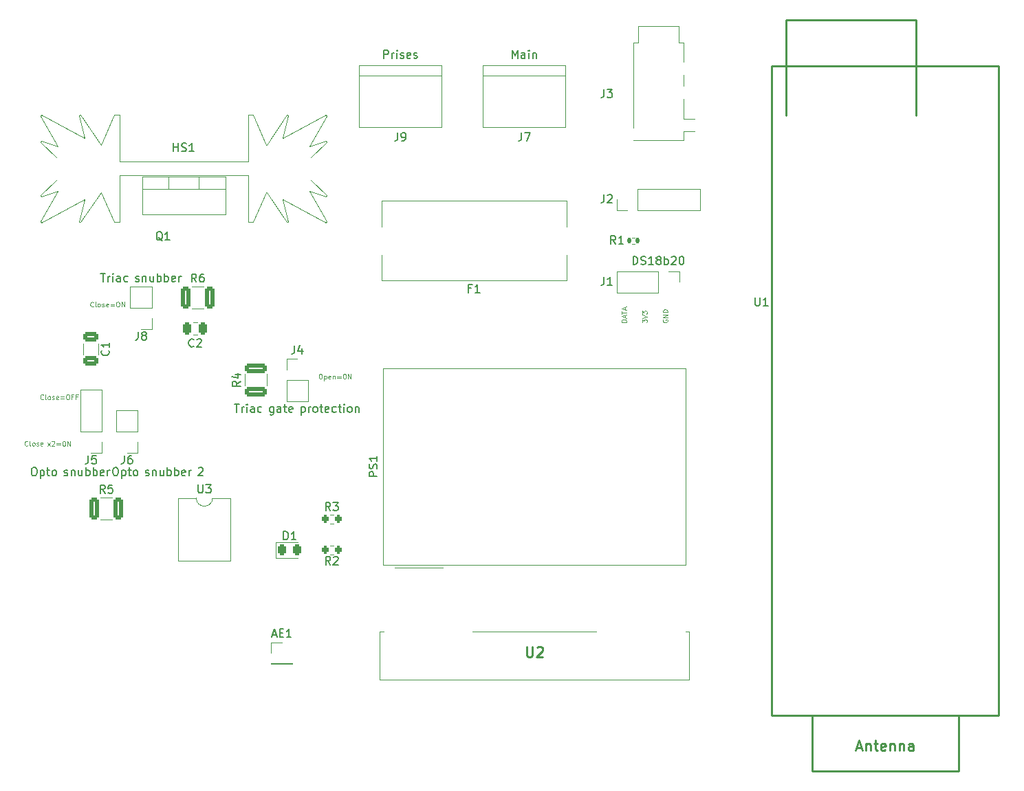
<source format=gbr>
%TF.GenerationSoftware,KiCad,Pcbnew,(7.0.0-0)*%
%TF.CreationDate,2023-11-16T12:34:27+01:00*%
%TF.ProjectId,bed-smart-plug,6265642d-736d-4617-9274-2d706c75672e,rev?*%
%TF.SameCoordinates,Original*%
%TF.FileFunction,Legend,Top*%
%TF.FilePolarity,Positive*%
%FSLAX46Y46*%
G04 Gerber Fmt 4.6, Leading zero omitted, Abs format (unit mm)*
G04 Created by KiCad (PCBNEW (7.0.0-0)) date 2023-11-16 12:34:27*
%MOMM*%
%LPD*%
G01*
G04 APERTURE LIST*
G04 Aperture macros list*
%AMRoundRect*
0 Rectangle with rounded corners*
0 $1 Rounding radius*
0 $2 $3 $4 $5 $6 $7 $8 $9 X,Y pos of 4 corners*
0 Add a 4 corners polygon primitive as box body*
4,1,4,$2,$3,$4,$5,$6,$7,$8,$9,$2,$3,0*
0 Add four circle primitives for the rounded corners*
1,1,$1+$1,$2,$3*
1,1,$1+$1,$4,$5*
1,1,$1+$1,$6,$7*
1,1,$1+$1,$8,$9*
0 Add four rect primitives between the rounded corners*
20,1,$1+$1,$2,$3,$4,$5,0*
20,1,$1+$1,$4,$5,$6,$7,0*
20,1,$1+$1,$6,$7,$8,$9,0*
20,1,$1+$1,$8,$9,$2,$3,0*%
G04 Aperture macros list end*
%ADD10C,0.100000*%
%ADD11C,0.150000*%
%ADD12C,0.254000*%
%ADD13C,0.120000*%
%ADD14RoundRect,0.250000X-0.312500X-1.075000X0.312500X-1.075000X0.312500X1.075000X-0.312500X1.075000X0*%
%ADD15R,3.000000X3.000000*%
%ADD16C,3.000000*%
%ADD17R,1.700000X1.700000*%
%ADD18O,1.700000X1.700000*%
%ADD19C,1.200000*%
%ADD20RoundRect,0.250000X1.075000X-0.312500X1.075000X0.312500X-1.075000X0.312500X-1.075000X-0.312500X0*%
%ADD21RoundRect,0.200000X0.200000X0.275000X-0.200000X0.275000X-0.200000X-0.275000X0.200000X-0.275000X0*%
%ADD22C,6.000000*%
%ADD23RoundRect,0.250000X0.650000X-0.325000X0.650000X0.325000X-0.650000X0.325000X-0.650000X-0.325000X0*%
%ADD24R,2.000000X2.300000*%
%ADD25C,2.300000*%
%ADD26RoundRect,0.243750X-0.243750X-0.456250X0.243750X-0.456250X0.243750X0.456250X-0.243750X0.456250X0*%
%ADD27RoundRect,0.200000X-0.200000X-0.275000X0.200000X-0.275000X0.200000X0.275000X-0.200000X0.275000X0*%
%ADD28RoundRect,0.250000X0.250000X0.475000X-0.250000X0.475000X-0.250000X-0.475000X0.250000X-0.475000X0*%
%ADD29R,1.778000X1.778000*%
%ADD30C,1.778000*%
%ADD31RoundRect,0.135000X0.135000X0.185000X-0.135000X0.185000X-0.135000X-0.185000X0.135000X-0.185000X0*%
%ADD32C,1.500000*%
%ADD33R,2.500000X1.200000*%
%ADD34R,1.905000X2.000000*%
%ADD35O,1.905000X2.000000*%
%ADD36C,2.700000*%
%ADD37R,2.000000X1.780000*%
G04 APERTURE END LIST*
D10*
X105279428Y-76057142D02*
X104679428Y-76057142D01*
X104679428Y-76057142D02*
X104679428Y-75914285D01*
X104679428Y-75914285D02*
X104708000Y-75828571D01*
X104708000Y-75828571D02*
X104765142Y-75771428D01*
X104765142Y-75771428D02*
X104822285Y-75742857D01*
X104822285Y-75742857D02*
X104936571Y-75714285D01*
X104936571Y-75714285D02*
X105022285Y-75714285D01*
X105022285Y-75714285D02*
X105136571Y-75742857D01*
X105136571Y-75742857D02*
X105193714Y-75771428D01*
X105193714Y-75771428D02*
X105250857Y-75828571D01*
X105250857Y-75828571D02*
X105279428Y-75914285D01*
X105279428Y-75914285D02*
X105279428Y-76057142D01*
X105108000Y-75485714D02*
X105108000Y-75200000D01*
X105279428Y-75542857D02*
X104679428Y-75342857D01*
X104679428Y-75342857D02*
X105279428Y-75142857D01*
X104679428Y-75028571D02*
X104679428Y-74685714D01*
X105279428Y-74857142D02*
X104679428Y-74857142D01*
X105108000Y-74514285D02*
X105108000Y-74228571D01*
X105279428Y-74571428D02*
X104679428Y-74371428D01*
X104679428Y-74371428D02*
X105279428Y-74171428D01*
X39663214Y-74107285D02*
X39634642Y-74135857D01*
X39634642Y-74135857D02*
X39548928Y-74164428D01*
X39548928Y-74164428D02*
X39491785Y-74164428D01*
X39491785Y-74164428D02*
X39406071Y-74135857D01*
X39406071Y-74135857D02*
X39348928Y-74078714D01*
X39348928Y-74078714D02*
X39320357Y-74021571D01*
X39320357Y-74021571D02*
X39291785Y-73907285D01*
X39291785Y-73907285D02*
X39291785Y-73821571D01*
X39291785Y-73821571D02*
X39320357Y-73707285D01*
X39320357Y-73707285D02*
X39348928Y-73650142D01*
X39348928Y-73650142D02*
X39406071Y-73593000D01*
X39406071Y-73593000D02*
X39491785Y-73564428D01*
X39491785Y-73564428D02*
X39548928Y-73564428D01*
X39548928Y-73564428D02*
X39634642Y-73593000D01*
X39634642Y-73593000D02*
X39663214Y-73621571D01*
X40006071Y-74164428D02*
X39948928Y-74135857D01*
X39948928Y-74135857D02*
X39920357Y-74078714D01*
X39920357Y-74078714D02*
X39920357Y-73564428D01*
X40320357Y-74164428D02*
X40263214Y-74135857D01*
X40263214Y-74135857D02*
X40234643Y-74107285D01*
X40234643Y-74107285D02*
X40206071Y-74050142D01*
X40206071Y-74050142D02*
X40206071Y-73878714D01*
X40206071Y-73878714D02*
X40234643Y-73821571D01*
X40234643Y-73821571D02*
X40263214Y-73793000D01*
X40263214Y-73793000D02*
X40320357Y-73764428D01*
X40320357Y-73764428D02*
X40406071Y-73764428D01*
X40406071Y-73764428D02*
X40463214Y-73793000D01*
X40463214Y-73793000D02*
X40491786Y-73821571D01*
X40491786Y-73821571D02*
X40520357Y-73878714D01*
X40520357Y-73878714D02*
X40520357Y-74050142D01*
X40520357Y-74050142D02*
X40491786Y-74107285D01*
X40491786Y-74107285D02*
X40463214Y-74135857D01*
X40463214Y-74135857D02*
X40406071Y-74164428D01*
X40406071Y-74164428D02*
X40320357Y-74164428D01*
X40748928Y-74135857D02*
X40806071Y-74164428D01*
X40806071Y-74164428D02*
X40920357Y-74164428D01*
X40920357Y-74164428D02*
X40977500Y-74135857D01*
X40977500Y-74135857D02*
X41006071Y-74078714D01*
X41006071Y-74078714D02*
X41006071Y-74050142D01*
X41006071Y-74050142D02*
X40977500Y-73993000D01*
X40977500Y-73993000D02*
X40920357Y-73964428D01*
X40920357Y-73964428D02*
X40834643Y-73964428D01*
X40834643Y-73964428D02*
X40777500Y-73935857D01*
X40777500Y-73935857D02*
X40748928Y-73878714D01*
X40748928Y-73878714D02*
X40748928Y-73850142D01*
X40748928Y-73850142D02*
X40777500Y-73793000D01*
X40777500Y-73793000D02*
X40834643Y-73764428D01*
X40834643Y-73764428D02*
X40920357Y-73764428D01*
X40920357Y-73764428D02*
X40977500Y-73793000D01*
X41491785Y-74135857D02*
X41434642Y-74164428D01*
X41434642Y-74164428D02*
X41320357Y-74164428D01*
X41320357Y-74164428D02*
X41263214Y-74135857D01*
X41263214Y-74135857D02*
X41234642Y-74078714D01*
X41234642Y-74078714D02*
X41234642Y-73850142D01*
X41234642Y-73850142D02*
X41263214Y-73793000D01*
X41263214Y-73793000D02*
X41320357Y-73764428D01*
X41320357Y-73764428D02*
X41434642Y-73764428D01*
X41434642Y-73764428D02*
X41491785Y-73793000D01*
X41491785Y-73793000D02*
X41520357Y-73850142D01*
X41520357Y-73850142D02*
X41520357Y-73907285D01*
X41520357Y-73907285D02*
X41234642Y-73964428D01*
X41777500Y-73850142D02*
X42234643Y-73850142D01*
X42234643Y-74021571D02*
X41777500Y-74021571D01*
X42634642Y-73564428D02*
X42748928Y-73564428D01*
X42748928Y-73564428D02*
X42806071Y-73593000D01*
X42806071Y-73593000D02*
X42863214Y-73650142D01*
X42863214Y-73650142D02*
X42891785Y-73764428D01*
X42891785Y-73764428D02*
X42891785Y-73964428D01*
X42891785Y-73964428D02*
X42863214Y-74078714D01*
X42863214Y-74078714D02*
X42806071Y-74135857D01*
X42806071Y-74135857D02*
X42748928Y-74164428D01*
X42748928Y-74164428D02*
X42634642Y-74164428D01*
X42634642Y-74164428D02*
X42577500Y-74135857D01*
X42577500Y-74135857D02*
X42520357Y-74078714D01*
X42520357Y-74078714D02*
X42491785Y-73964428D01*
X42491785Y-73964428D02*
X42491785Y-73764428D01*
X42491785Y-73764428D02*
X42520357Y-73650142D01*
X42520357Y-73650142D02*
X42577500Y-73593000D01*
X42577500Y-73593000D02*
X42634642Y-73564428D01*
X43148928Y-74164428D02*
X43148928Y-73564428D01*
X43148928Y-73564428D02*
X43491785Y-74164428D01*
X43491785Y-74164428D02*
X43491785Y-73564428D01*
X107219428Y-76114285D02*
X107219428Y-75742857D01*
X107219428Y-75742857D02*
X107448000Y-75942857D01*
X107448000Y-75942857D02*
X107448000Y-75857142D01*
X107448000Y-75857142D02*
X107476571Y-75800000D01*
X107476571Y-75800000D02*
X107505142Y-75771428D01*
X107505142Y-75771428D02*
X107562285Y-75742857D01*
X107562285Y-75742857D02*
X107705142Y-75742857D01*
X107705142Y-75742857D02*
X107762285Y-75771428D01*
X107762285Y-75771428D02*
X107790857Y-75800000D01*
X107790857Y-75800000D02*
X107819428Y-75857142D01*
X107819428Y-75857142D02*
X107819428Y-76028571D01*
X107819428Y-76028571D02*
X107790857Y-76085714D01*
X107790857Y-76085714D02*
X107762285Y-76114285D01*
X107219428Y-75571428D02*
X107819428Y-75371428D01*
X107819428Y-75371428D02*
X107219428Y-75171428D01*
X107219428Y-75028570D02*
X107219428Y-74657142D01*
X107219428Y-74657142D02*
X107448000Y-74857142D01*
X107448000Y-74857142D02*
X107448000Y-74771427D01*
X107448000Y-74771427D02*
X107476571Y-74714285D01*
X107476571Y-74714285D02*
X107505142Y-74685713D01*
X107505142Y-74685713D02*
X107562285Y-74657142D01*
X107562285Y-74657142D02*
X107705142Y-74657142D01*
X107705142Y-74657142D02*
X107762285Y-74685713D01*
X107762285Y-74685713D02*
X107790857Y-74714285D01*
X107790857Y-74714285D02*
X107819428Y-74771427D01*
X107819428Y-74771427D02*
X107819428Y-74942856D01*
X107819428Y-74942856D02*
X107790857Y-74999999D01*
X107790857Y-74999999D02*
X107762285Y-75028570D01*
X67567142Y-82454428D02*
X67681428Y-82454428D01*
X67681428Y-82454428D02*
X67738571Y-82483000D01*
X67738571Y-82483000D02*
X67795714Y-82540142D01*
X67795714Y-82540142D02*
X67824285Y-82654428D01*
X67824285Y-82654428D02*
X67824285Y-82854428D01*
X67824285Y-82854428D02*
X67795714Y-82968714D01*
X67795714Y-82968714D02*
X67738571Y-83025857D01*
X67738571Y-83025857D02*
X67681428Y-83054428D01*
X67681428Y-83054428D02*
X67567142Y-83054428D01*
X67567142Y-83054428D02*
X67510000Y-83025857D01*
X67510000Y-83025857D02*
X67452857Y-82968714D01*
X67452857Y-82968714D02*
X67424285Y-82854428D01*
X67424285Y-82854428D02*
X67424285Y-82654428D01*
X67424285Y-82654428D02*
X67452857Y-82540142D01*
X67452857Y-82540142D02*
X67510000Y-82483000D01*
X67510000Y-82483000D02*
X67567142Y-82454428D01*
X68081428Y-82654428D02*
X68081428Y-83254428D01*
X68081428Y-82683000D02*
X68138571Y-82654428D01*
X68138571Y-82654428D02*
X68252856Y-82654428D01*
X68252856Y-82654428D02*
X68309999Y-82683000D01*
X68309999Y-82683000D02*
X68338571Y-82711571D01*
X68338571Y-82711571D02*
X68367142Y-82768714D01*
X68367142Y-82768714D02*
X68367142Y-82940142D01*
X68367142Y-82940142D02*
X68338571Y-82997285D01*
X68338571Y-82997285D02*
X68309999Y-83025857D01*
X68309999Y-83025857D02*
X68252856Y-83054428D01*
X68252856Y-83054428D02*
X68138571Y-83054428D01*
X68138571Y-83054428D02*
X68081428Y-83025857D01*
X68852856Y-83025857D02*
X68795713Y-83054428D01*
X68795713Y-83054428D02*
X68681428Y-83054428D01*
X68681428Y-83054428D02*
X68624285Y-83025857D01*
X68624285Y-83025857D02*
X68595713Y-82968714D01*
X68595713Y-82968714D02*
X68595713Y-82740142D01*
X68595713Y-82740142D02*
X68624285Y-82683000D01*
X68624285Y-82683000D02*
X68681428Y-82654428D01*
X68681428Y-82654428D02*
X68795713Y-82654428D01*
X68795713Y-82654428D02*
X68852856Y-82683000D01*
X68852856Y-82683000D02*
X68881428Y-82740142D01*
X68881428Y-82740142D02*
X68881428Y-82797285D01*
X68881428Y-82797285D02*
X68595713Y-82854428D01*
X69138571Y-82654428D02*
X69138571Y-83054428D01*
X69138571Y-82711571D02*
X69167142Y-82683000D01*
X69167142Y-82683000D02*
X69224285Y-82654428D01*
X69224285Y-82654428D02*
X69309999Y-82654428D01*
X69309999Y-82654428D02*
X69367142Y-82683000D01*
X69367142Y-82683000D02*
X69395714Y-82740142D01*
X69395714Y-82740142D02*
X69395714Y-83054428D01*
X69681428Y-82740142D02*
X70138571Y-82740142D01*
X70138571Y-82911571D02*
X69681428Y-82911571D01*
X70538570Y-82454428D02*
X70652856Y-82454428D01*
X70652856Y-82454428D02*
X70709999Y-82483000D01*
X70709999Y-82483000D02*
X70767142Y-82540142D01*
X70767142Y-82540142D02*
X70795713Y-82654428D01*
X70795713Y-82654428D02*
X70795713Y-82854428D01*
X70795713Y-82854428D02*
X70767142Y-82968714D01*
X70767142Y-82968714D02*
X70709999Y-83025857D01*
X70709999Y-83025857D02*
X70652856Y-83054428D01*
X70652856Y-83054428D02*
X70538570Y-83054428D01*
X70538570Y-83054428D02*
X70481428Y-83025857D01*
X70481428Y-83025857D02*
X70424285Y-82968714D01*
X70424285Y-82968714D02*
X70395713Y-82854428D01*
X70395713Y-82854428D02*
X70395713Y-82654428D01*
X70395713Y-82654428D02*
X70424285Y-82540142D01*
X70424285Y-82540142D02*
X70481428Y-82483000D01*
X70481428Y-82483000D02*
X70538570Y-82454428D01*
X71052856Y-83054428D02*
X71052856Y-82454428D01*
X71052856Y-82454428D02*
X71395713Y-83054428D01*
X71395713Y-83054428D02*
X71395713Y-82454428D01*
X109788000Y-75742857D02*
X109759428Y-75800000D01*
X109759428Y-75800000D02*
X109759428Y-75885714D01*
X109759428Y-75885714D02*
X109788000Y-75971428D01*
X109788000Y-75971428D02*
X109845142Y-76028571D01*
X109845142Y-76028571D02*
X109902285Y-76057142D01*
X109902285Y-76057142D02*
X110016571Y-76085714D01*
X110016571Y-76085714D02*
X110102285Y-76085714D01*
X110102285Y-76085714D02*
X110216571Y-76057142D01*
X110216571Y-76057142D02*
X110273714Y-76028571D01*
X110273714Y-76028571D02*
X110330857Y-75971428D01*
X110330857Y-75971428D02*
X110359428Y-75885714D01*
X110359428Y-75885714D02*
X110359428Y-75828571D01*
X110359428Y-75828571D02*
X110330857Y-75742857D01*
X110330857Y-75742857D02*
X110302285Y-75714285D01*
X110302285Y-75714285D02*
X110102285Y-75714285D01*
X110102285Y-75714285D02*
X110102285Y-75828571D01*
X110359428Y-75457142D02*
X109759428Y-75457142D01*
X109759428Y-75457142D02*
X110359428Y-75114285D01*
X110359428Y-75114285D02*
X109759428Y-75114285D01*
X110359428Y-74828571D02*
X109759428Y-74828571D01*
X109759428Y-74828571D02*
X109759428Y-74685714D01*
X109759428Y-74685714D02*
X109788000Y-74600000D01*
X109788000Y-74600000D02*
X109845142Y-74542857D01*
X109845142Y-74542857D02*
X109902285Y-74514286D01*
X109902285Y-74514286D02*
X110016571Y-74485714D01*
X110016571Y-74485714D02*
X110102285Y-74485714D01*
X110102285Y-74485714D02*
X110216571Y-74514286D01*
X110216571Y-74514286D02*
X110273714Y-74542857D01*
X110273714Y-74542857D02*
X110330857Y-74600000D01*
X110330857Y-74600000D02*
X110359428Y-74685714D01*
X110359428Y-74685714D02*
X110359428Y-74828571D01*
X31600714Y-91237285D02*
X31572142Y-91265857D01*
X31572142Y-91265857D02*
X31486428Y-91294428D01*
X31486428Y-91294428D02*
X31429285Y-91294428D01*
X31429285Y-91294428D02*
X31343571Y-91265857D01*
X31343571Y-91265857D02*
X31286428Y-91208714D01*
X31286428Y-91208714D02*
X31257857Y-91151571D01*
X31257857Y-91151571D02*
X31229285Y-91037285D01*
X31229285Y-91037285D02*
X31229285Y-90951571D01*
X31229285Y-90951571D02*
X31257857Y-90837285D01*
X31257857Y-90837285D02*
X31286428Y-90780142D01*
X31286428Y-90780142D02*
X31343571Y-90723000D01*
X31343571Y-90723000D02*
X31429285Y-90694428D01*
X31429285Y-90694428D02*
X31486428Y-90694428D01*
X31486428Y-90694428D02*
X31572142Y-90723000D01*
X31572142Y-90723000D02*
X31600714Y-90751571D01*
X31943571Y-91294428D02*
X31886428Y-91265857D01*
X31886428Y-91265857D02*
X31857857Y-91208714D01*
X31857857Y-91208714D02*
X31857857Y-90694428D01*
X32257857Y-91294428D02*
X32200714Y-91265857D01*
X32200714Y-91265857D02*
X32172143Y-91237285D01*
X32172143Y-91237285D02*
X32143571Y-91180142D01*
X32143571Y-91180142D02*
X32143571Y-91008714D01*
X32143571Y-91008714D02*
X32172143Y-90951571D01*
X32172143Y-90951571D02*
X32200714Y-90923000D01*
X32200714Y-90923000D02*
X32257857Y-90894428D01*
X32257857Y-90894428D02*
X32343571Y-90894428D01*
X32343571Y-90894428D02*
X32400714Y-90923000D01*
X32400714Y-90923000D02*
X32429286Y-90951571D01*
X32429286Y-90951571D02*
X32457857Y-91008714D01*
X32457857Y-91008714D02*
X32457857Y-91180142D01*
X32457857Y-91180142D02*
X32429286Y-91237285D01*
X32429286Y-91237285D02*
X32400714Y-91265857D01*
X32400714Y-91265857D02*
X32343571Y-91294428D01*
X32343571Y-91294428D02*
X32257857Y-91294428D01*
X32686428Y-91265857D02*
X32743571Y-91294428D01*
X32743571Y-91294428D02*
X32857857Y-91294428D01*
X32857857Y-91294428D02*
X32915000Y-91265857D01*
X32915000Y-91265857D02*
X32943571Y-91208714D01*
X32943571Y-91208714D02*
X32943571Y-91180142D01*
X32943571Y-91180142D02*
X32915000Y-91123000D01*
X32915000Y-91123000D02*
X32857857Y-91094428D01*
X32857857Y-91094428D02*
X32772143Y-91094428D01*
X32772143Y-91094428D02*
X32715000Y-91065857D01*
X32715000Y-91065857D02*
X32686428Y-91008714D01*
X32686428Y-91008714D02*
X32686428Y-90980142D01*
X32686428Y-90980142D02*
X32715000Y-90923000D01*
X32715000Y-90923000D02*
X32772143Y-90894428D01*
X32772143Y-90894428D02*
X32857857Y-90894428D01*
X32857857Y-90894428D02*
X32915000Y-90923000D01*
X33429285Y-91265857D02*
X33372142Y-91294428D01*
X33372142Y-91294428D02*
X33257857Y-91294428D01*
X33257857Y-91294428D02*
X33200714Y-91265857D01*
X33200714Y-91265857D02*
X33172142Y-91208714D01*
X33172142Y-91208714D02*
X33172142Y-90980142D01*
X33172142Y-90980142D02*
X33200714Y-90923000D01*
X33200714Y-90923000D02*
X33257857Y-90894428D01*
X33257857Y-90894428D02*
X33372142Y-90894428D01*
X33372142Y-90894428D02*
X33429285Y-90923000D01*
X33429285Y-90923000D02*
X33457857Y-90980142D01*
X33457857Y-90980142D02*
X33457857Y-91037285D01*
X33457857Y-91037285D02*
X33172142Y-91094428D01*
X34017857Y-91294428D02*
X34332143Y-90894428D01*
X34017857Y-90894428D02*
X34332143Y-91294428D01*
X34532142Y-90751571D02*
X34560714Y-90723000D01*
X34560714Y-90723000D02*
X34617857Y-90694428D01*
X34617857Y-90694428D02*
X34760714Y-90694428D01*
X34760714Y-90694428D02*
X34817857Y-90723000D01*
X34817857Y-90723000D02*
X34846428Y-90751571D01*
X34846428Y-90751571D02*
X34874999Y-90808714D01*
X34874999Y-90808714D02*
X34874999Y-90865857D01*
X34874999Y-90865857D02*
X34846428Y-90951571D01*
X34846428Y-90951571D02*
X34503571Y-91294428D01*
X34503571Y-91294428D02*
X34874999Y-91294428D01*
X35132143Y-90980142D02*
X35589286Y-90980142D01*
X35589286Y-91151571D02*
X35132143Y-91151571D01*
X35989285Y-90694428D02*
X36103571Y-90694428D01*
X36103571Y-90694428D02*
X36160714Y-90723000D01*
X36160714Y-90723000D02*
X36217857Y-90780142D01*
X36217857Y-90780142D02*
X36246428Y-90894428D01*
X36246428Y-90894428D02*
X36246428Y-91094428D01*
X36246428Y-91094428D02*
X36217857Y-91208714D01*
X36217857Y-91208714D02*
X36160714Y-91265857D01*
X36160714Y-91265857D02*
X36103571Y-91294428D01*
X36103571Y-91294428D02*
X35989285Y-91294428D01*
X35989285Y-91294428D02*
X35932143Y-91265857D01*
X35932143Y-91265857D02*
X35875000Y-91208714D01*
X35875000Y-91208714D02*
X35846428Y-91094428D01*
X35846428Y-91094428D02*
X35846428Y-90894428D01*
X35846428Y-90894428D02*
X35875000Y-90780142D01*
X35875000Y-90780142D02*
X35932143Y-90723000D01*
X35932143Y-90723000D02*
X35989285Y-90694428D01*
X36503571Y-91294428D02*
X36503571Y-90694428D01*
X36503571Y-90694428D02*
X36846428Y-91294428D01*
X36846428Y-91294428D02*
X36846428Y-90694428D01*
X33505714Y-85522285D02*
X33477142Y-85550857D01*
X33477142Y-85550857D02*
X33391428Y-85579428D01*
X33391428Y-85579428D02*
X33334285Y-85579428D01*
X33334285Y-85579428D02*
X33248571Y-85550857D01*
X33248571Y-85550857D02*
X33191428Y-85493714D01*
X33191428Y-85493714D02*
X33162857Y-85436571D01*
X33162857Y-85436571D02*
X33134285Y-85322285D01*
X33134285Y-85322285D02*
X33134285Y-85236571D01*
X33134285Y-85236571D02*
X33162857Y-85122285D01*
X33162857Y-85122285D02*
X33191428Y-85065142D01*
X33191428Y-85065142D02*
X33248571Y-85008000D01*
X33248571Y-85008000D02*
X33334285Y-84979428D01*
X33334285Y-84979428D02*
X33391428Y-84979428D01*
X33391428Y-84979428D02*
X33477142Y-85008000D01*
X33477142Y-85008000D02*
X33505714Y-85036571D01*
X33848571Y-85579428D02*
X33791428Y-85550857D01*
X33791428Y-85550857D02*
X33762857Y-85493714D01*
X33762857Y-85493714D02*
X33762857Y-84979428D01*
X34162857Y-85579428D02*
X34105714Y-85550857D01*
X34105714Y-85550857D02*
X34077143Y-85522285D01*
X34077143Y-85522285D02*
X34048571Y-85465142D01*
X34048571Y-85465142D02*
X34048571Y-85293714D01*
X34048571Y-85293714D02*
X34077143Y-85236571D01*
X34077143Y-85236571D02*
X34105714Y-85208000D01*
X34105714Y-85208000D02*
X34162857Y-85179428D01*
X34162857Y-85179428D02*
X34248571Y-85179428D01*
X34248571Y-85179428D02*
X34305714Y-85208000D01*
X34305714Y-85208000D02*
X34334286Y-85236571D01*
X34334286Y-85236571D02*
X34362857Y-85293714D01*
X34362857Y-85293714D02*
X34362857Y-85465142D01*
X34362857Y-85465142D02*
X34334286Y-85522285D01*
X34334286Y-85522285D02*
X34305714Y-85550857D01*
X34305714Y-85550857D02*
X34248571Y-85579428D01*
X34248571Y-85579428D02*
X34162857Y-85579428D01*
X34591428Y-85550857D02*
X34648571Y-85579428D01*
X34648571Y-85579428D02*
X34762857Y-85579428D01*
X34762857Y-85579428D02*
X34820000Y-85550857D01*
X34820000Y-85550857D02*
X34848571Y-85493714D01*
X34848571Y-85493714D02*
X34848571Y-85465142D01*
X34848571Y-85465142D02*
X34820000Y-85408000D01*
X34820000Y-85408000D02*
X34762857Y-85379428D01*
X34762857Y-85379428D02*
X34677143Y-85379428D01*
X34677143Y-85379428D02*
X34620000Y-85350857D01*
X34620000Y-85350857D02*
X34591428Y-85293714D01*
X34591428Y-85293714D02*
X34591428Y-85265142D01*
X34591428Y-85265142D02*
X34620000Y-85208000D01*
X34620000Y-85208000D02*
X34677143Y-85179428D01*
X34677143Y-85179428D02*
X34762857Y-85179428D01*
X34762857Y-85179428D02*
X34820000Y-85208000D01*
X35334285Y-85550857D02*
X35277142Y-85579428D01*
X35277142Y-85579428D02*
X35162857Y-85579428D01*
X35162857Y-85579428D02*
X35105714Y-85550857D01*
X35105714Y-85550857D02*
X35077142Y-85493714D01*
X35077142Y-85493714D02*
X35077142Y-85265142D01*
X35077142Y-85265142D02*
X35105714Y-85208000D01*
X35105714Y-85208000D02*
X35162857Y-85179428D01*
X35162857Y-85179428D02*
X35277142Y-85179428D01*
X35277142Y-85179428D02*
X35334285Y-85208000D01*
X35334285Y-85208000D02*
X35362857Y-85265142D01*
X35362857Y-85265142D02*
X35362857Y-85322285D01*
X35362857Y-85322285D02*
X35077142Y-85379428D01*
X35620000Y-85265142D02*
X36077143Y-85265142D01*
X36077143Y-85436571D02*
X35620000Y-85436571D01*
X36477142Y-84979428D02*
X36591428Y-84979428D01*
X36591428Y-84979428D02*
X36648571Y-85008000D01*
X36648571Y-85008000D02*
X36705714Y-85065142D01*
X36705714Y-85065142D02*
X36734285Y-85179428D01*
X36734285Y-85179428D02*
X36734285Y-85379428D01*
X36734285Y-85379428D02*
X36705714Y-85493714D01*
X36705714Y-85493714D02*
X36648571Y-85550857D01*
X36648571Y-85550857D02*
X36591428Y-85579428D01*
X36591428Y-85579428D02*
X36477142Y-85579428D01*
X36477142Y-85579428D02*
X36420000Y-85550857D01*
X36420000Y-85550857D02*
X36362857Y-85493714D01*
X36362857Y-85493714D02*
X36334285Y-85379428D01*
X36334285Y-85379428D02*
X36334285Y-85179428D01*
X36334285Y-85179428D02*
X36362857Y-85065142D01*
X36362857Y-85065142D02*
X36420000Y-85008000D01*
X36420000Y-85008000D02*
X36477142Y-84979428D01*
X37191428Y-85265142D02*
X36991428Y-85265142D01*
X36991428Y-85579428D02*
X36991428Y-84979428D01*
X36991428Y-84979428D02*
X37277142Y-84979428D01*
X37705714Y-85265142D02*
X37505714Y-85265142D01*
X37505714Y-85579428D02*
X37505714Y-84979428D01*
X37505714Y-84979428D02*
X37791428Y-84979428D01*
D11*
%TO.C,R5*%
X41108333Y-97132380D02*
X40775000Y-96656190D01*
X40536905Y-97132380D02*
X40536905Y-96132380D01*
X40536905Y-96132380D02*
X40917857Y-96132380D01*
X40917857Y-96132380D02*
X41013095Y-96180000D01*
X41013095Y-96180000D02*
X41060714Y-96227619D01*
X41060714Y-96227619D02*
X41108333Y-96322857D01*
X41108333Y-96322857D02*
X41108333Y-96465714D01*
X41108333Y-96465714D02*
X41060714Y-96560952D01*
X41060714Y-96560952D02*
X41013095Y-96608571D01*
X41013095Y-96608571D02*
X40917857Y-96656190D01*
X40917857Y-96656190D02*
X40536905Y-96656190D01*
X42013095Y-96132380D02*
X41536905Y-96132380D01*
X41536905Y-96132380D02*
X41489286Y-96608571D01*
X41489286Y-96608571D02*
X41536905Y-96560952D01*
X41536905Y-96560952D02*
X41632143Y-96513333D01*
X41632143Y-96513333D02*
X41870238Y-96513333D01*
X41870238Y-96513333D02*
X41965476Y-96560952D01*
X41965476Y-96560952D02*
X42013095Y-96608571D01*
X42013095Y-96608571D02*
X42060714Y-96703809D01*
X42060714Y-96703809D02*
X42060714Y-96941904D01*
X42060714Y-96941904D02*
X42013095Y-97037142D01*
X42013095Y-97037142D02*
X41965476Y-97084761D01*
X41965476Y-97084761D02*
X41870238Y-97132380D01*
X41870238Y-97132380D02*
X41632143Y-97132380D01*
X41632143Y-97132380D02*
X41536905Y-97084761D01*
X41536905Y-97084761D02*
X41489286Y-97037142D01*
%TO.C,J9*%
X77136666Y-52707380D02*
X77136666Y-53421666D01*
X77136666Y-53421666D02*
X77089047Y-53564523D01*
X77089047Y-53564523D02*
X76993809Y-53659761D01*
X76993809Y-53659761D02*
X76850952Y-53707380D01*
X76850952Y-53707380D02*
X76755714Y-53707380D01*
X77660476Y-53707380D02*
X77850952Y-53707380D01*
X77850952Y-53707380D02*
X77946190Y-53659761D01*
X77946190Y-53659761D02*
X77993809Y-53612142D01*
X77993809Y-53612142D02*
X78089047Y-53469285D01*
X78089047Y-53469285D02*
X78136666Y-53278809D01*
X78136666Y-53278809D02*
X78136666Y-52897857D01*
X78136666Y-52897857D02*
X78089047Y-52802619D01*
X78089047Y-52802619D02*
X78041428Y-52755000D01*
X78041428Y-52755000D02*
X77946190Y-52707380D01*
X77946190Y-52707380D02*
X77755714Y-52707380D01*
X77755714Y-52707380D02*
X77660476Y-52755000D01*
X77660476Y-52755000D02*
X77612857Y-52802619D01*
X77612857Y-52802619D02*
X77565238Y-52897857D01*
X77565238Y-52897857D02*
X77565238Y-53135952D01*
X77565238Y-53135952D02*
X77612857Y-53231190D01*
X77612857Y-53231190D02*
X77660476Y-53278809D01*
X77660476Y-53278809D02*
X77755714Y-53326428D01*
X77755714Y-53326428D02*
X77946190Y-53326428D01*
X77946190Y-53326428D02*
X78041428Y-53278809D01*
X78041428Y-53278809D02*
X78089047Y-53231190D01*
X78089047Y-53231190D02*
X78136666Y-53135952D01*
X75422381Y-43547380D02*
X75422381Y-42547380D01*
X75422381Y-42547380D02*
X75803333Y-42547380D01*
X75803333Y-42547380D02*
X75898571Y-42595000D01*
X75898571Y-42595000D02*
X75946190Y-42642619D01*
X75946190Y-42642619D02*
X75993809Y-42737857D01*
X75993809Y-42737857D02*
X75993809Y-42880714D01*
X75993809Y-42880714D02*
X75946190Y-42975952D01*
X75946190Y-42975952D02*
X75898571Y-43023571D01*
X75898571Y-43023571D02*
X75803333Y-43071190D01*
X75803333Y-43071190D02*
X75422381Y-43071190D01*
X76422381Y-43547380D02*
X76422381Y-42880714D01*
X76422381Y-43071190D02*
X76470000Y-42975952D01*
X76470000Y-42975952D02*
X76517619Y-42928333D01*
X76517619Y-42928333D02*
X76612857Y-42880714D01*
X76612857Y-42880714D02*
X76708095Y-42880714D01*
X77041429Y-43547380D02*
X77041429Y-42880714D01*
X77041429Y-42547380D02*
X76993810Y-42595000D01*
X76993810Y-42595000D02*
X77041429Y-42642619D01*
X77041429Y-42642619D02*
X77089048Y-42595000D01*
X77089048Y-42595000D02*
X77041429Y-42547380D01*
X77041429Y-42547380D02*
X77041429Y-42642619D01*
X77470000Y-43499761D02*
X77565238Y-43547380D01*
X77565238Y-43547380D02*
X77755714Y-43547380D01*
X77755714Y-43547380D02*
X77850952Y-43499761D01*
X77850952Y-43499761D02*
X77898571Y-43404523D01*
X77898571Y-43404523D02*
X77898571Y-43356904D01*
X77898571Y-43356904D02*
X77850952Y-43261666D01*
X77850952Y-43261666D02*
X77755714Y-43214047D01*
X77755714Y-43214047D02*
X77612857Y-43214047D01*
X77612857Y-43214047D02*
X77517619Y-43166428D01*
X77517619Y-43166428D02*
X77470000Y-43071190D01*
X77470000Y-43071190D02*
X77470000Y-43023571D01*
X77470000Y-43023571D02*
X77517619Y-42928333D01*
X77517619Y-42928333D02*
X77612857Y-42880714D01*
X77612857Y-42880714D02*
X77755714Y-42880714D01*
X77755714Y-42880714D02*
X77850952Y-42928333D01*
X78708095Y-43499761D02*
X78612857Y-43547380D01*
X78612857Y-43547380D02*
X78422381Y-43547380D01*
X78422381Y-43547380D02*
X78327143Y-43499761D01*
X78327143Y-43499761D02*
X78279524Y-43404523D01*
X78279524Y-43404523D02*
X78279524Y-43023571D01*
X78279524Y-43023571D02*
X78327143Y-42928333D01*
X78327143Y-42928333D02*
X78422381Y-42880714D01*
X78422381Y-42880714D02*
X78612857Y-42880714D01*
X78612857Y-42880714D02*
X78708095Y-42928333D01*
X78708095Y-42928333D02*
X78755714Y-43023571D01*
X78755714Y-43023571D02*
X78755714Y-43118809D01*
X78755714Y-43118809D02*
X78279524Y-43214047D01*
X79136667Y-43499761D02*
X79231905Y-43547380D01*
X79231905Y-43547380D02*
X79422381Y-43547380D01*
X79422381Y-43547380D02*
X79517619Y-43499761D01*
X79517619Y-43499761D02*
X79565238Y-43404523D01*
X79565238Y-43404523D02*
X79565238Y-43356904D01*
X79565238Y-43356904D02*
X79517619Y-43261666D01*
X79517619Y-43261666D02*
X79422381Y-43214047D01*
X79422381Y-43214047D02*
X79279524Y-43214047D01*
X79279524Y-43214047D02*
X79184286Y-43166428D01*
X79184286Y-43166428D02*
X79136667Y-43071190D01*
X79136667Y-43071190D02*
X79136667Y-43023571D01*
X79136667Y-43023571D02*
X79184286Y-42928333D01*
X79184286Y-42928333D02*
X79279524Y-42880714D01*
X79279524Y-42880714D02*
X79422381Y-42880714D01*
X79422381Y-42880714D02*
X79517619Y-42928333D01*
%TO.C,J8*%
X45194166Y-77262380D02*
X45194166Y-77976666D01*
X45194166Y-77976666D02*
X45146547Y-78119523D01*
X45146547Y-78119523D02*
X45051309Y-78214761D01*
X45051309Y-78214761D02*
X44908452Y-78262380D01*
X44908452Y-78262380D02*
X44813214Y-78262380D01*
X45813214Y-77690952D02*
X45717976Y-77643333D01*
X45717976Y-77643333D02*
X45670357Y-77595714D01*
X45670357Y-77595714D02*
X45622738Y-77500476D01*
X45622738Y-77500476D02*
X45622738Y-77452857D01*
X45622738Y-77452857D02*
X45670357Y-77357619D01*
X45670357Y-77357619D02*
X45717976Y-77310000D01*
X45717976Y-77310000D02*
X45813214Y-77262380D01*
X45813214Y-77262380D02*
X46003690Y-77262380D01*
X46003690Y-77262380D02*
X46098928Y-77310000D01*
X46098928Y-77310000D02*
X46146547Y-77357619D01*
X46146547Y-77357619D02*
X46194166Y-77452857D01*
X46194166Y-77452857D02*
X46194166Y-77500476D01*
X46194166Y-77500476D02*
X46146547Y-77595714D01*
X46146547Y-77595714D02*
X46098928Y-77643333D01*
X46098928Y-77643333D02*
X46003690Y-77690952D01*
X46003690Y-77690952D02*
X45813214Y-77690952D01*
X45813214Y-77690952D02*
X45717976Y-77738571D01*
X45717976Y-77738571D02*
X45670357Y-77786190D01*
X45670357Y-77786190D02*
X45622738Y-77881428D01*
X45622738Y-77881428D02*
X45622738Y-78071904D01*
X45622738Y-78071904D02*
X45670357Y-78167142D01*
X45670357Y-78167142D02*
X45717976Y-78214761D01*
X45717976Y-78214761D02*
X45813214Y-78262380D01*
X45813214Y-78262380D02*
X46003690Y-78262380D01*
X46003690Y-78262380D02*
X46098928Y-78214761D01*
X46098928Y-78214761D02*
X46146547Y-78167142D01*
X46146547Y-78167142D02*
X46194166Y-78071904D01*
X46194166Y-78071904D02*
X46194166Y-77881428D01*
X46194166Y-77881428D02*
X46146547Y-77786190D01*
X46146547Y-77786190D02*
X46098928Y-77738571D01*
X46098928Y-77738571D02*
X46003690Y-77690952D01*
X40560833Y-70062380D02*
X41132261Y-70062380D01*
X40846547Y-71062380D02*
X40846547Y-70062380D01*
X41465595Y-71062380D02*
X41465595Y-70395714D01*
X41465595Y-70586190D02*
X41513214Y-70490952D01*
X41513214Y-70490952D02*
X41560833Y-70443333D01*
X41560833Y-70443333D02*
X41656071Y-70395714D01*
X41656071Y-70395714D02*
X41751309Y-70395714D01*
X42084643Y-71062380D02*
X42084643Y-70395714D01*
X42084643Y-70062380D02*
X42037024Y-70110000D01*
X42037024Y-70110000D02*
X42084643Y-70157619D01*
X42084643Y-70157619D02*
X42132262Y-70110000D01*
X42132262Y-70110000D02*
X42084643Y-70062380D01*
X42084643Y-70062380D02*
X42084643Y-70157619D01*
X42989404Y-71062380D02*
X42989404Y-70538571D01*
X42989404Y-70538571D02*
X42941785Y-70443333D01*
X42941785Y-70443333D02*
X42846547Y-70395714D01*
X42846547Y-70395714D02*
X42656071Y-70395714D01*
X42656071Y-70395714D02*
X42560833Y-70443333D01*
X42989404Y-71014761D02*
X42894166Y-71062380D01*
X42894166Y-71062380D02*
X42656071Y-71062380D01*
X42656071Y-71062380D02*
X42560833Y-71014761D01*
X42560833Y-71014761D02*
X42513214Y-70919523D01*
X42513214Y-70919523D02*
X42513214Y-70824285D01*
X42513214Y-70824285D02*
X42560833Y-70729047D01*
X42560833Y-70729047D02*
X42656071Y-70681428D01*
X42656071Y-70681428D02*
X42894166Y-70681428D01*
X42894166Y-70681428D02*
X42989404Y-70633809D01*
X43894166Y-71014761D02*
X43798928Y-71062380D01*
X43798928Y-71062380D02*
X43608452Y-71062380D01*
X43608452Y-71062380D02*
X43513214Y-71014761D01*
X43513214Y-71014761D02*
X43465595Y-70967142D01*
X43465595Y-70967142D02*
X43417976Y-70871904D01*
X43417976Y-70871904D02*
X43417976Y-70586190D01*
X43417976Y-70586190D02*
X43465595Y-70490952D01*
X43465595Y-70490952D02*
X43513214Y-70443333D01*
X43513214Y-70443333D02*
X43608452Y-70395714D01*
X43608452Y-70395714D02*
X43798928Y-70395714D01*
X43798928Y-70395714D02*
X43894166Y-70443333D01*
X44875119Y-71014761D02*
X44970357Y-71062380D01*
X44970357Y-71062380D02*
X45160833Y-71062380D01*
X45160833Y-71062380D02*
X45256071Y-71014761D01*
X45256071Y-71014761D02*
X45303690Y-70919523D01*
X45303690Y-70919523D02*
X45303690Y-70871904D01*
X45303690Y-70871904D02*
X45256071Y-70776666D01*
X45256071Y-70776666D02*
X45160833Y-70729047D01*
X45160833Y-70729047D02*
X45017976Y-70729047D01*
X45017976Y-70729047D02*
X44922738Y-70681428D01*
X44922738Y-70681428D02*
X44875119Y-70586190D01*
X44875119Y-70586190D02*
X44875119Y-70538571D01*
X44875119Y-70538571D02*
X44922738Y-70443333D01*
X44922738Y-70443333D02*
X45017976Y-70395714D01*
X45017976Y-70395714D02*
X45160833Y-70395714D01*
X45160833Y-70395714D02*
X45256071Y-70443333D01*
X45732262Y-70395714D02*
X45732262Y-71062380D01*
X45732262Y-70490952D02*
X45779881Y-70443333D01*
X45779881Y-70443333D02*
X45875119Y-70395714D01*
X45875119Y-70395714D02*
X46017976Y-70395714D01*
X46017976Y-70395714D02*
X46113214Y-70443333D01*
X46113214Y-70443333D02*
X46160833Y-70538571D01*
X46160833Y-70538571D02*
X46160833Y-71062380D01*
X47065595Y-70395714D02*
X47065595Y-71062380D01*
X46637024Y-70395714D02*
X46637024Y-70919523D01*
X46637024Y-70919523D02*
X46684643Y-71014761D01*
X46684643Y-71014761D02*
X46779881Y-71062380D01*
X46779881Y-71062380D02*
X46922738Y-71062380D01*
X46922738Y-71062380D02*
X47017976Y-71014761D01*
X47017976Y-71014761D02*
X47065595Y-70967142D01*
X47541786Y-71062380D02*
X47541786Y-70062380D01*
X47541786Y-70443333D02*
X47637024Y-70395714D01*
X47637024Y-70395714D02*
X47827500Y-70395714D01*
X47827500Y-70395714D02*
X47922738Y-70443333D01*
X47922738Y-70443333D02*
X47970357Y-70490952D01*
X47970357Y-70490952D02*
X48017976Y-70586190D01*
X48017976Y-70586190D02*
X48017976Y-70871904D01*
X48017976Y-70871904D02*
X47970357Y-70967142D01*
X47970357Y-70967142D02*
X47922738Y-71014761D01*
X47922738Y-71014761D02*
X47827500Y-71062380D01*
X47827500Y-71062380D02*
X47637024Y-71062380D01*
X47637024Y-71062380D02*
X47541786Y-71014761D01*
X48446548Y-71062380D02*
X48446548Y-70062380D01*
X48446548Y-70443333D02*
X48541786Y-70395714D01*
X48541786Y-70395714D02*
X48732262Y-70395714D01*
X48732262Y-70395714D02*
X48827500Y-70443333D01*
X48827500Y-70443333D02*
X48875119Y-70490952D01*
X48875119Y-70490952D02*
X48922738Y-70586190D01*
X48922738Y-70586190D02*
X48922738Y-70871904D01*
X48922738Y-70871904D02*
X48875119Y-70967142D01*
X48875119Y-70967142D02*
X48827500Y-71014761D01*
X48827500Y-71014761D02*
X48732262Y-71062380D01*
X48732262Y-71062380D02*
X48541786Y-71062380D01*
X48541786Y-71062380D02*
X48446548Y-71014761D01*
X49732262Y-71014761D02*
X49637024Y-71062380D01*
X49637024Y-71062380D02*
X49446548Y-71062380D01*
X49446548Y-71062380D02*
X49351310Y-71014761D01*
X49351310Y-71014761D02*
X49303691Y-70919523D01*
X49303691Y-70919523D02*
X49303691Y-70538571D01*
X49303691Y-70538571D02*
X49351310Y-70443333D01*
X49351310Y-70443333D02*
X49446548Y-70395714D01*
X49446548Y-70395714D02*
X49637024Y-70395714D01*
X49637024Y-70395714D02*
X49732262Y-70443333D01*
X49732262Y-70443333D02*
X49779881Y-70538571D01*
X49779881Y-70538571D02*
X49779881Y-70633809D01*
X49779881Y-70633809D02*
X49303691Y-70729047D01*
X50208453Y-71062380D02*
X50208453Y-70395714D01*
X50208453Y-70586190D02*
X50256072Y-70490952D01*
X50256072Y-70490952D02*
X50303691Y-70443333D01*
X50303691Y-70443333D02*
X50398929Y-70395714D01*
X50398929Y-70395714D02*
X50494167Y-70395714D01*
%TO.C,J2*%
X102536666Y-60327380D02*
X102536666Y-61041666D01*
X102536666Y-61041666D02*
X102489047Y-61184523D01*
X102489047Y-61184523D02*
X102393809Y-61279761D01*
X102393809Y-61279761D02*
X102250952Y-61327380D01*
X102250952Y-61327380D02*
X102155714Y-61327380D01*
X102965238Y-60422619D02*
X103012857Y-60375000D01*
X103012857Y-60375000D02*
X103108095Y-60327380D01*
X103108095Y-60327380D02*
X103346190Y-60327380D01*
X103346190Y-60327380D02*
X103441428Y-60375000D01*
X103441428Y-60375000D02*
X103489047Y-60422619D01*
X103489047Y-60422619D02*
X103536666Y-60517857D01*
X103536666Y-60517857D02*
X103536666Y-60613095D01*
X103536666Y-60613095D02*
X103489047Y-60755952D01*
X103489047Y-60755952D02*
X102917619Y-61327380D01*
X102917619Y-61327380D02*
X103536666Y-61327380D01*
D12*
%TO.C,U2*%
X93012380Y-116036573D02*
X93012380Y-117064669D01*
X93012380Y-117064669D02*
X93072857Y-117185621D01*
X93072857Y-117185621D02*
X93133333Y-117246097D01*
X93133333Y-117246097D02*
X93254285Y-117306573D01*
X93254285Y-117306573D02*
X93496190Y-117306573D01*
X93496190Y-117306573D02*
X93617142Y-117246097D01*
X93617142Y-117246097D02*
X93677619Y-117185621D01*
X93677619Y-117185621D02*
X93738095Y-117064669D01*
X93738095Y-117064669D02*
X93738095Y-116036573D01*
X94282380Y-116157526D02*
X94342856Y-116097050D01*
X94342856Y-116097050D02*
X94463809Y-116036573D01*
X94463809Y-116036573D02*
X94766190Y-116036573D01*
X94766190Y-116036573D02*
X94887142Y-116097050D01*
X94887142Y-116097050D02*
X94947618Y-116157526D01*
X94947618Y-116157526D02*
X95008095Y-116278478D01*
X95008095Y-116278478D02*
X95008095Y-116399430D01*
X95008095Y-116399430D02*
X94947618Y-116580859D01*
X94947618Y-116580859D02*
X94221904Y-117306573D01*
X94221904Y-117306573D02*
X95008095Y-117306573D01*
D11*
%TO.C,J6*%
X43481666Y-92492380D02*
X43481666Y-93206666D01*
X43481666Y-93206666D02*
X43434047Y-93349523D01*
X43434047Y-93349523D02*
X43338809Y-93444761D01*
X43338809Y-93444761D02*
X43195952Y-93492380D01*
X43195952Y-93492380D02*
X43100714Y-93492380D01*
X44386428Y-92492380D02*
X44195952Y-92492380D01*
X44195952Y-92492380D02*
X44100714Y-92540000D01*
X44100714Y-92540000D02*
X44053095Y-92587619D01*
X44053095Y-92587619D02*
X43957857Y-92730476D01*
X43957857Y-92730476D02*
X43910238Y-92920952D01*
X43910238Y-92920952D02*
X43910238Y-93301904D01*
X43910238Y-93301904D02*
X43957857Y-93397142D01*
X43957857Y-93397142D02*
X44005476Y-93444761D01*
X44005476Y-93444761D02*
X44100714Y-93492380D01*
X44100714Y-93492380D02*
X44291190Y-93492380D01*
X44291190Y-93492380D02*
X44386428Y-93444761D01*
X44386428Y-93444761D02*
X44434047Y-93397142D01*
X44434047Y-93397142D02*
X44481666Y-93301904D01*
X44481666Y-93301904D02*
X44481666Y-93063809D01*
X44481666Y-93063809D02*
X44434047Y-92968571D01*
X44434047Y-92968571D02*
X44386428Y-92920952D01*
X44386428Y-92920952D02*
X44291190Y-92873333D01*
X44291190Y-92873333D02*
X44100714Y-92873333D01*
X44100714Y-92873333D02*
X44005476Y-92920952D01*
X44005476Y-92920952D02*
X43957857Y-92968571D01*
X43957857Y-92968571D02*
X43910238Y-93063809D01*
X42310713Y-93967380D02*
X42501189Y-93967380D01*
X42501189Y-93967380D02*
X42596427Y-94015000D01*
X42596427Y-94015000D02*
X42691665Y-94110238D01*
X42691665Y-94110238D02*
X42739284Y-94300714D01*
X42739284Y-94300714D02*
X42739284Y-94634047D01*
X42739284Y-94634047D02*
X42691665Y-94824523D01*
X42691665Y-94824523D02*
X42596427Y-94919761D01*
X42596427Y-94919761D02*
X42501189Y-94967380D01*
X42501189Y-94967380D02*
X42310713Y-94967380D01*
X42310713Y-94967380D02*
X42215475Y-94919761D01*
X42215475Y-94919761D02*
X42120237Y-94824523D01*
X42120237Y-94824523D02*
X42072618Y-94634047D01*
X42072618Y-94634047D02*
X42072618Y-94300714D01*
X42072618Y-94300714D02*
X42120237Y-94110238D01*
X42120237Y-94110238D02*
X42215475Y-94015000D01*
X42215475Y-94015000D02*
X42310713Y-93967380D01*
X43167856Y-94300714D02*
X43167856Y-95300714D01*
X43167856Y-94348333D02*
X43263094Y-94300714D01*
X43263094Y-94300714D02*
X43453570Y-94300714D01*
X43453570Y-94300714D02*
X43548808Y-94348333D01*
X43548808Y-94348333D02*
X43596427Y-94395952D01*
X43596427Y-94395952D02*
X43644046Y-94491190D01*
X43644046Y-94491190D02*
X43644046Y-94776904D01*
X43644046Y-94776904D02*
X43596427Y-94872142D01*
X43596427Y-94872142D02*
X43548808Y-94919761D01*
X43548808Y-94919761D02*
X43453570Y-94967380D01*
X43453570Y-94967380D02*
X43263094Y-94967380D01*
X43263094Y-94967380D02*
X43167856Y-94919761D01*
X43929761Y-94300714D02*
X44310713Y-94300714D01*
X44072618Y-93967380D02*
X44072618Y-94824523D01*
X44072618Y-94824523D02*
X44120237Y-94919761D01*
X44120237Y-94919761D02*
X44215475Y-94967380D01*
X44215475Y-94967380D02*
X44310713Y-94967380D01*
X44786904Y-94967380D02*
X44691666Y-94919761D01*
X44691666Y-94919761D02*
X44644047Y-94872142D01*
X44644047Y-94872142D02*
X44596428Y-94776904D01*
X44596428Y-94776904D02*
X44596428Y-94491190D01*
X44596428Y-94491190D02*
X44644047Y-94395952D01*
X44644047Y-94395952D02*
X44691666Y-94348333D01*
X44691666Y-94348333D02*
X44786904Y-94300714D01*
X44786904Y-94300714D02*
X44929761Y-94300714D01*
X44929761Y-94300714D02*
X45024999Y-94348333D01*
X45024999Y-94348333D02*
X45072618Y-94395952D01*
X45072618Y-94395952D02*
X45120237Y-94491190D01*
X45120237Y-94491190D02*
X45120237Y-94776904D01*
X45120237Y-94776904D02*
X45072618Y-94872142D01*
X45072618Y-94872142D02*
X45024999Y-94919761D01*
X45024999Y-94919761D02*
X44929761Y-94967380D01*
X44929761Y-94967380D02*
X44786904Y-94967380D01*
X46101190Y-94919761D02*
X46196428Y-94967380D01*
X46196428Y-94967380D02*
X46386904Y-94967380D01*
X46386904Y-94967380D02*
X46482142Y-94919761D01*
X46482142Y-94919761D02*
X46529761Y-94824523D01*
X46529761Y-94824523D02*
X46529761Y-94776904D01*
X46529761Y-94776904D02*
X46482142Y-94681666D01*
X46482142Y-94681666D02*
X46386904Y-94634047D01*
X46386904Y-94634047D02*
X46244047Y-94634047D01*
X46244047Y-94634047D02*
X46148809Y-94586428D01*
X46148809Y-94586428D02*
X46101190Y-94491190D01*
X46101190Y-94491190D02*
X46101190Y-94443571D01*
X46101190Y-94443571D02*
X46148809Y-94348333D01*
X46148809Y-94348333D02*
X46244047Y-94300714D01*
X46244047Y-94300714D02*
X46386904Y-94300714D01*
X46386904Y-94300714D02*
X46482142Y-94348333D01*
X46958333Y-94300714D02*
X46958333Y-94967380D01*
X46958333Y-94395952D02*
X47005952Y-94348333D01*
X47005952Y-94348333D02*
X47101190Y-94300714D01*
X47101190Y-94300714D02*
X47244047Y-94300714D01*
X47244047Y-94300714D02*
X47339285Y-94348333D01*
X47339285Y-94348333D02*
X47386904Y-94443571D01*
X47386904Y-94443571D02*
X47386904Y-94967380D01*
X48291666Y-94300714D02*
X48291666Y-94967380D01*
X47863095Y-94300714D02*
X47863095Y-94824523D01*
X47863095Y-94824523D02*
X47910714Y-94919761D01*
X47910714Y-94919761D02*
X48005952Y-94967380D01*
X48005952Y-94967380D02*
X48148809Y-94967380D01*
X48148809Y-94967380D02*
X48244047Y-94919761D01*
X48244047Y-94919761D02*
X48291666Y-94872142D01*
X48767857Y-94967380D02*
X48767857Y-93967380D01*
X48767857Y-94348333D02*
X48863095Y-94300714D01*
X48863095Y-94300714D02*
X49053571Y-94300714D01*
X49053571Y-94300714D02*
X49148809Y-94348333D01*
X49148809Y-94348333D02*
X49196428Y-94395952D01*
X49196428Y-94395952D02*
X49244047Y-94491190D01*
X49244047Y-94491190D02*
X49244047Y-94776904D01*
X49244047Y-94776904D02*
X49196428Y-94872142D01*
X49196428Y-94872142D02*
X49148809Y-94919761D01*
X49148809Y-94919761D02*
X49053571Y-94967380D01*
X49053571Y-94967380D02*
X48863095Y-94967380D01*
X48863095Y-94967380D02*
X48767857Y-94919761D01*
X49672619Y-94967380D02*
X49672619Y-93967380D01*
X49672619Y-94348333D02*
X49767857Y-94300714D01*
X49767857Y-94300714D02*
X49958333Y-94300714D01*
X49958333Y-94300714D02*
X50053571Y-94348333D01*
X50053571Y-94348333D02*
X50101190Y-94395952D01*
X50101190Y-94395952D02*
X50148809Y-94491190D01*
X50148809Y-94491190D02*
X50148809Y-94776904D01*
X50148809Y-94776904D02*
X50101190Y-94872142D01*
X50101190Y-94872142D02*
X50053571Y-94919761D01*
X50053571Y-94919761D02*
X49958333Y-94967380D01*
X49958333Y-94967380D02*
X49767857Y-94967380D01*
X49767857Y-94967380D02*
X49672619Y-94919761D01*
X50958333Y-94919761D02*
X50863095Y-94967380D01*
X50863095Y-94967380D02*
X50672619Y-94967380D01*
X50672619Y-94967380D02*
X50577381Y-94919761D01*
X50577381Y-94919761D02*
X50529762Y-94824523D01*
X50529762Y-94824523D02*
X50529762Y-94443571D01*
X50529762Y-94443571D02*
X50577381Y-94348333D01*
X50577381Y-94348333D02*
X50672619Y-94300714D01*
X50672619Y-94300714D02*
X50863095Y-94300714D01*
X50863095Y-94300714D02*
X50958333Y-94348333D01*
X50958333Y-94348333D02*
X51005952Y-94443571D01*
X51005952Y-94443571D02*
X51005952Y-94538809D01*
X51005952Y-94538809D02*
X50529762Y-94634047D01*
X51434524Y-94967380D02*
X51434524Y-94300714D01*
X51434524Y-94491190D02*
X51482143Y-94395952D01*
X51482143Y-94395952D02*
X51529762Y-94348333D01*
X51529762Y-94348333D02*
X51625000Y-94300714D01*
X51625000Y-94300714D02*
X51720238Y-94300714D01*
X52605953Y-94062619D02*
X52653572Y-94015000D01*
X52653572Y-94015000D02*
X52748810Y-93967380D01*
X52748810Y-93967380D02*
X52986905Y-93967380D01*
X52986905Y-93967380D02*
X53082143Y-94015000D01*
X53082143Y-94015000D02*
X53129762Y-94062619D01*
X53129762Y-94062619D02*
X53177381Y-94157857D01*
X53177381Y-94157857D02*
X53177381Y-94253095D01*
X53177381Y-94253095D02*
X53129762Y-94395952D01*
X53129762Y-94395952D02*
X52558334Y-94967380D01*
X52558334Y-94967380D02*
X53177381Y-94967380D01*
%TO.C,R4*%
X57777380Y-83351666D02*
X57301190Y-83684999D01*
X57777380Y-83923094D02*
X56777380Y-83923094D01*
X56777380Y-83923094D02*
X56777380Y-83542142D01*
X56777380Y-83542142D02*
X56825000Y-83446904D01*
X56825000Y-83446904D02*
X56872619Y-83399285D01*
X56872619Y-83399285D02*
X56967857Y-83351666D01*
X56967857Y-83351666D02*
X57110714Y-83351666D01*
X57110714Y-83351666D02*
X57205952Y-83399285D01*
X57205952Y-83399285D02*
X57253571Y-83446904D01*
X57253571Y-83446904D02*
X57301190Y-83542142D01*
X57301190Y-83542142D02*
X57301190Y-83923094D01*
X57110714Y-82494523D02*
X57777380Y-82494523D01*
X56729761Y-82732618D02*
X57444047Y-82970713D01*
X57444047Y-82970713D02*
X57444047Y-82351666D01*
%TO.C,AE1*%
X61698333Y-114591666D02*
X62174523Y-114591666D01*
X61603095Y-114877380D02*
X61936428Y-113877380D01*
X61936428Y-113877380D02*
X62269761Y-114877380D01*
X62603095Y-114353571D02*
X62936428Y-114353571D01*
X63079285Y-114877380D02*
X62603095Y-114877380D01*
X62603095Y-114877380D02*
X62603095Y-113877380D01*
X62603095Y-113877380D02*
X63079285Y-113877380D01*
X64031666Y-114877380D02*
X63460238Y-114877380D01*
X63745952Y-114877380D02*
X63745952Y-113877380D01*
X63745952Y-113877380D02*
X63650714Y-114020238D01*
X63650714Y-114020238D02*
X63555476Y-114115476D01*
X63555476Y-114115476D02*
X63460238Y-114163095D01*
%TO.C,R2*%
X68858333Y-105937380D02*
X68525000Y-105461190D01*
X68286905Y-105937380D02*
X68286905Y-104937380D01*
X68286905Y-104937380D02*
X68667857Y-104937380D01*
X68667857Y-104937380D02*
X68763095Y-104985000D01*
X68763095Y-104985000D02*
X68810714Y-105032619D01*
X68810714Y-105032619D02*
X68858333Y-105127857D01*
X68858333Y-105127857D02*
X68858333Y-105270714D01*
X68858333Y-105270714D02*
X68810714Y-105365952D01*
X68810714Y-105365952D02*
X68763095Y-105413571D01*
X68763095Y-105413571D02*
X68667857Y-105461190D01*
X68667857Y-105461190D02*
X68286905Y-105461190D01*
X69239286Y-105032619D02*
X69286905Y-104985000D01*
X69286905Y-104985000D02*
X69382143Y-104937380D01*
X69382143Y-104937380D02*
X69620238Y-104937380D01*
X69620238Y-104937380D02*
X69715476Y-104985000D01*
X69715476Y-104985000D02*
X69763095Y-105032619D01*
X69763095Y-105032619D02*
X69810714Y-105127857D01*
X69810714Y-105127857D02*
X69810714Y-105223095D01*
X69810714Y-105223095D02*
X69763095Y-105365952D01*
X69763095Y-105365952D02*
X69191667Y-105937380D01*
X69191667Y-105937380D02*
X69810714Y-105937380D01*
%TO.C,HS1*%
X49536905Y-55017380D02*
X49536905Y-54017380D01*
X49536905Y-54493571D02*
X50108333Y-54493571D01*
X50108333Y-55017380D02*
X50108333Y-54017380D01*
X50536905Y-54969761D02*
X50679762Y-55017380D01*
X50679762Y-55017380D02*
X50917857Y-55017380D01*
X50917857Y-55017380D02*
X51013095Y-54969761D01*
X51013095Y-54969761D02*
X51060714Y-54922142D01*
X51060714Y-54922142D02*
X51108333Y-54826904D01*
X51108333Y-54826904D02*
X51108333Y-54731666D01*
X51108333Y-54731666D02*
X51060714Y-54636428D01*
X51060714Y-54636428D02*
X51013095Y-54588809D01*
X51013095Y-54588809D02*
X50917857Y-54541190D01*
X50917857Y-54541190D02*
X50727381Y-54493571D01*
X50727381Y-54493571D02*
X50632143Y-54445952D01*
X50632143Y-54445952D02*
X50584524Y-54398333D01*
X50584524Y-54398333D02*
X50536905Y-54303095D01*
X50536905Y-54303095D02*
X50536905Y-54207857D01*
X50536905Y-54207857D02*
X50584524Y-54112619D01*
X50584524Y-54112619D02*
X50632143Y-54065000D01*
X50632143Y-54065000D02*
X50727381Y-54017380D01*
X50727381Y-54017380D02*
X50965476Y-54017380D01*
X50965476Y-54017380D02*
X51108333Y-54065000D01*
X52060714Y-55017380D02*
X51489286Y-55017380D01*
X51775000Y-55017380D02*
X51775000Y-54017380D01*
X51775000Y-54017380D02*
X51679762Y-54160238D01*
X51679762Y-54160238D02*
X51584524Y-54255476D01*
X51584524Y-54255476D02*
X51489286Y-54303095D01*
%TO.C,C1*%
X41547142Y-79541666D02*
X41594761Y-79589285D01*
X41594761Y-79589285D02*
X41642380Y-79732142D01*
X41642380Y-79732142D02*
X41642380Y-79827380D01*
X41642380Y-79827380D02*
X41594761Y-79970237D01*
X41594761Y-79970237D02*
X41499523Y-80065475D01*
X41499523Y-80065475D02*
X41404285Y-80113094D01*
X41404285Y-80113094D02*
X41213809Y-80160713D01*
X41213809Y-80160713D02*
X41070952Y-80160713D01*
X41070952Y-80160713D02*
X40880476Y-80113094D01*
X40880476Y-80113094D02*
X40785238Y-80065475D01*
X40785238Y-80065475D02*
X40690000Y-79970237D01*
X40690000Y-79970237D02*
X40642380Y-79827380D01*
X40642380Y-79827380D02*
X40642380Y-79732142D01*
X40642380Y-79732142D02*
X40690000Y-79589285D01*
X40690000Y-79589285D02*
X40737619Y-79541666D01*
X41642380Y-78589285D02*
X41642380Y-79160713D01*
X41642380Y-78874999D02*
X40642380Y-78874999D01*
X40642380Y-78874999D02*
X40785238Y-78970237D01*
X40785238Y-78970237D02*
X40880476Y-79065475D01*
X40880476Y-79065475D02*
X40928095Y-79160713D01*
%TO.C,J1*%
X102536666Y-70487380D02*
X102536666Y-71201666D01*
X102536666Y-71201666D02*
X102489047Y-71344523D01*
X102489047Y-71344523D02*
X102393809Y-71439761D01*
X102393809Y-71439761D02*
X102250952Y-71487380D01*
X102250952Y-71487380D02*
X102155714Y-71487380D01*
X103536666Y-71487380D02*
X102965238Y-71487380D01*
X103250952Y-71487380D02*
X103250952Y-70487380D01*
X103250952Y-70487380D02*
X103155714Y-70630238D01*
X103155714Y-70630238D02*
X103060476Y-70725476D01*
X103060476Y-70725476D02*
X102965238Y-70773095D01*
X106124762Y-68947380D02*
X106124762Y-67947380D01*
X106124762Y-67947380D02*
X106362857Y-67947380D01*
X106362857Y-67947380D02*
X106505714Y-67995000D01*
X106505714Y-67995000D02*
X106600952Y-68090238D01*
X106600952Y-68090238D02*
X106648571Y-68185476D01*
X106648571Y-68185476D02*
X106696190Y-68375952D01*
X106696190Y-68375952D02*
X106696190Y-68518809D01*
X106696190Y-68518809D02*
X106648571Y-68709285D01*
X106648571Y-68709285D02*
X106600952Y-68804523D01*
X106600952Y-68804523D02*
X106505714Y-68899761D01*
X106505714Y-68899761D02*
X106362857Y-68947380D01*
X106362857Y-68947380D02*
X106124762Y-68947380D01*
X107077143Y-68899761D02*
X107220000Y-68947380D01*
X107220000Y-68947380D02*
X107458095Y-68947380D01*
X107458095Y-68947380D02*
X107553333Y-68899761D01*
X107553333Y-68899761D02*
X107600952Y-68852142D01*
X107600952Y-68852142D02*
X107648571Y-68756904D01*
X107648571Y-68756904D02*
X107648571Y-68661666D01*
X107648571Y-68661666D02*
X107600952Y-68566428D01*
X107600952Y-68566428D02*
X107553333Y-68518809D01*
X107553333Y-68518809D02*
X107458095Y-68471190D01*
X107458095Y-68471190D02*
X107267619Y-68423571D01*
X107267619Y-68423571D02*
X107172381Y-68375952D01*
X107172381Y-68375952D02*
X107124762Y-68328333D01*
X107124762Y-68328333D02*
X107077143Y-68233095D01*
X107077143Y-68233095D02*
X107077143Y-68137857D01*
X107077143Y-68137857D02*
X107124762Y-68042619D01*
X107124762Y-68042619D02*
X107172381Y-67995000D01*
X107172381Y-67995000D02*
X107267619Y-67947380D01*
X107267619Y-67947380D02*
X107505714Y-67947380D01*
X107505714Y-67947380D02*
X107648571Y-67995000D01*
X108600952Y-68947380D02*
X108029524Y-68947380D01*
X108315238Y-68947380D02*
X108315238Y-67947380D01*
X108315238Y-67947380D02*
X108220000Y-68090238D01*
X108220000Y-68090238D02*
X108124762Y-68185476D01*
X108124762Y-68185476D02*
X108029524Y-68233095D01*
X109172381Y-68375952D02*
X109077143Y-68328333D01*
X109077143Y-68328333D02*
X109029524Y-68280714D01*
X109029524Y-68280714D02*
X108981905Y-68185476D01*
X108981905Y-68185476D02*
X108981905Y-68137857D01*
X108981905Y-68137857D02*
X109029524Y-68042619D01*
X109029524Y-68042619D02*
X109077143Y-67995000D01*
X109077143Y-67995000D02*
X109172381Y-67947380D01*
X109172381Y-67947380D02*
X109362857Y-67947380D01*
X109362857Y-67947380D02*
X109458095Y-67995000D01*
X109458095Y-67995000D02*
X109505714Y-68042619D01*
X109505714Y-68042619D02*
X109553333Y-68137857D01*
X109553333Y-68137857D02*
X109553333Y-68185476D01*
X109553333Y-68185476D02*
X109505714Y-68280714D01*
X109505714Y-68280714D02*
X109458095Y-68328333D01*
X109458095Y-68328333D02*
X109362857Y-68375952D01*
X109362857Y-68375952D02*
X109172381Y-68375952D01*
X109172381Y-68375952D02*
X109077143Y-68423571D01*
X109077143Y-68423571D02*
X109029524Y-68471190D01*
X109029524Y-68471190D02*
X108981905Y-68566428D01*
X108981905Y-68566428D02*
X108981905Y-68756904D01*
X108981905Y-68756904D02*
X109029524Y-68852142D01*
X109029524Y-68852142D02*
X109077143Y-68899761D01*
X109077143Y-68899761D02*
X109172381Y-68947380D01*
X109172381Y-68947380D02*
X109362857Y-68947380D01*
X109362857Y-68947380D02*
X109458095Y-68899761D01*
X109458095Y-68899761D02*
X109505714Y-68852142D01*
X109505714Y-68852142D02*
X109553333Y-68756904D01*
X109553333Y-68756904D02*
X109553333Y-68566428D01*
X109553333Y-68566428D02*
X109505714Y-68471190D01*
X109505714Y-68471190D02*
X109458095Y-68423571D01*
X109458095Y-68423571D02*
X109362857Y-68375952D01*
X109981905Y-68947380D02*
X109981905Y-67947380D01*
X109981905Y-68328333D02*
X110077143Y-68280714D01*
X110077143Y-68280714D02*
X110267619Y-68280714D01*
X110267619Y-68280714D02*
X110362857Y-68328333D01*
X110362857Y-68328333D02*
X110410476Y-68375952D01*
X110410476Y-68375952D02*
X110458095Y-68471190D01*
X110458095Y-68471190D02*
X110458095Y-68756904D01*
X110458095Y-68756904D02*
X110410476Y-68852142D01*
X110410476Y-68852142D02*
X110362857Y-68899761D01*
X110362857Y-68899761D02*
X110267619Y-68947380D01*
X110267619Y-68947380D02*
X110077143Y-68947380D01*
X110077143Y-68947380D02*
X109981905Y-68899761D01*
X110839048Y-68042619D02*
X110886667Y-67995000D01*
X110886667Y-67995000D02*
X110981905Y-67947380D01*
X110981905Y-67947380D02*
X111220000Y-67947380D01*
X111220000Y-67947380D02*
X111315238Y-67995000D01*
X111315238Y-67995000D02*
X111362857Y-68042619D01*
X111362857Y-68042619D02*
X111410476Y-68137857D01*
X111410476Y-68137857D02*
X111410476Y-68233095D01*
X111410476Y-68233095D02*
X111362857Y-68375952D01*
X111362857Y-68375952D02*
X110791429Y-68947380D01*
X110791429Y-68947380D02*
X111410476Y-68947380D01*
X112029524Y-67947380D02*
X112124762Y-67947380D01*
X112124762Y-67947380D02*
X112220000Y-67995000D01*
X112220000Y-67995000D02*
X112267619Y-68042619D01*
X112267619Y-68042619D02*
X112315238Y-68137857D01*
X112315238Y-68137857D02*
X112362857Y-68328333D01*
X112362857Y-68328333D02*
X112362857Y-68566428D01*
X112362857Y-68566428D02*
X112315238Y-68756904D01*
X112315238Y-68756904D02*
X112267619Y-68852142D01*
X112267619Y-68852142D02*
X112220000Y-68899761D01*
X112220000Y-68899761D02*
X112124762Y-68947380D01*
X112124762Y-68947380D02*
X112029524Y-68947380D01*
X112029524Y-68947380D02*
X111934286Y-68899761D01*
X111934286Y-68899761D02*
X111886667Y-68852142D01*
X111886667Y-68852142D02*
X111839048Y-68756904D01*
X111839048Y-68756904D02*
X111791429Y-68566428D01*
X111791429Y-68566428D02*
X111791429Y-68328333D01*
X111791429Y-68328333D02*
X111839048Y-68137857D01*
X111839048Y-68137857D02*
X111886667Y-68042619D01*
X111886667Y-68042619D02*
X111934286Y-67995000D01*
X111934286Y-67995000D02*
X112029524Y-67947380D01*
%TO.C,R6*%
X52345833Y-71112380D02*
X52012500Y-70636190D01*
X51774405Y-71112380D02*
X51774405Y-70112380D01*
X51774405Y-70112380D02*
X52155357Y-70112380D01*
X52155357Y-70112380D02*
X52250595Y-70160000D01*
X52250595Y-70160000D02*
X52298214Y-70207619D01*
X52298214Y-70207619D02*
X52345833Y-70302857D01*
X52345833Y-70302857D02*
X52345833Y-70445714D01*
X52345833Y-70445714D02*
X52298214Y-70540952D01*
X52298214Y-70540952D02*
X52250595Y-70588571D01*
X52250595Y-70588571D02*
X52155357Y-70636190D01*
X52155357Y-70636190D02*
X51774405Y-70636190D01*
X53202976Y-70112380D02*
X53012500Y-70112380D01*
X53012500Y-70112380D02*
X52917262Y-70160000D01*
X52917262Y-70160000D02*
X52869643Y-70207619D01*
X52869643Y-70207619D02*
X52774405Y-70350476D01*
X52774405Y-70350476D02*
X52726786Y-70540952D01*
X52726786Y-70540952D02*
X52726786Y-70921904D01*
X52726786Y-70921904D02*
X52774405Y-71017142D01*
X52774405Y-71017142D02*
X52822024Y-71064761D01*
X52822024Y-71064761D02*
X52917262Y-71112380D01*
X52917262Y-71112380D02*
X53107738Y-71112380D01*
X53107738Y-71112380D02*
X53202976Y-71064761D01*
X53202976Y-71064761D02*
X53250595Y-71017142D01*
X53250595Y-71017142D02*
X53298214Y-70921904D01*
X53298214Y-70921904D02*
X53298214Y-70683809D01*
X53298214Y-70683809D02*
X53250595Y-70588571D01*
X53250595Y-70588571D02*
X53202976Y-70540952D01*
X53202976Y-70540952D02*
X53107738Y-70493333D01*
X53107738Y-70493333D02*
X52917262Y-70493333D01*
X52917262Y-70493333D02*
X52822024Y-70540952D01*
X52822024Y-70540952D02*
X52774405Y-70588571D01*
X52774405Y-70588571D02*
X52726786Y-70683809D01*
%TO.C,PS1*%
X74607380Y-95051785D02*
X73607380Y-95051785D01*
X73607380Y-95051785D02*
X73607380Y-94670833D01*
X73607380Y-94670833D02*
X73655000Y-94575595D01*
X73655000Y-94575595D02*
X73702619Y-94527976D01*
X73702619Y-94527976D02*
X73797857Y-94480357D01*
X73797857Y-94480357D02*
X73940714Y-94480357D01*
X73940714Y-94480357D02*
X74035952Y-94527976D01*
X74035952Y-94527976D02*
X74083571Y-94575595D01*
X74083571Y-94575595D02*
X74131190Y-94670833D01*
X74131190Y-94670833D02*
X74131190Y-95051785D01*
X74559761Y-94099404D02*
X74607380Y-93956547D01*
X74607380Y-93956547D02*
X74607380Y-93718452D01*
X74607380Y-93718452D02*
X74559761Y-93623214D01*
X74559761Y-93623214D02*
X74512142Y-93575595D01*
X74512142Y-93575595D02*
X74416904Y-93527976D01*
X74416904Y-93527976D02*
X74321666Y-93527976D01*
X74321666Y-93527976D02*
X74226428Y-93575595D01*
X74226428Y-93575595D02*
X74178809Y-93623214D01*
X74178809Y-93623214D02*
X74131190Y-93718452D01*
X74131190Y-93718452D02*
X74083571Y-93908928D01*
X74083571Y-93908928D02*
X74035952Y-94004166D01*
X74035952Y-94004166D02*
X73988333Y-94051785D01*
X73988333Y-94051785D02*
X73893095Y-94099404D01*
X73893095Y-94099404D02*
X73797857Y-94099404D01*
X73797857Y-94099404D02*
X73702619Y-94051785D01*
X73702619Y-94051785D02*
X73655000Y-94004166D01*
X73655000Y-94004166D02*
X73607380Y-93908928D01*
X73607380Y-93908928D02*
X73607380Y-93670833D01*
X73607380Y-93670833D02*
X73655000Y-93527976D01*
X74607380Y-92575595D02*
X74607380Y-93147023D01*
X74607380Y-92861309D02*
X73607380Y-92861309D01*
X73607380Y-92861309D02*
X73750238Y-92956547D01*
X73750238Y-92956547D02*
X73845476Y-93051785D01*
X73845476Y-93051785D02*
X73893095Y-93147023D01*
%TO.C,D1*%
X63094405Y-102857380D02*
X63094405Y-101857380D01*
X63094405Y-101857380D02*
X63332500Y-101857380D01*
X63332500Y-101857380D02*
X63475357Y-101905000D01*
X63475357Y-101905000D02*
X63570595Y-102000238D01*
X63570595Y-102000238D02*
X63618214Y-102095476D01*
X63618214Y-102095476D02*
X63665833Y-102285952D01*
X63665833Y-102285952D02*
X63665833Y-102428809D01*
X63665833Y-102428809D02*
X63618214Y-102619285D01*
X63618214Y-102619285D02*
X63570595Y-102714523D01*
X63570595Y-102714523D02*
X63475357Y-102809761D01*
X63475357Y-102809761D02*
X63332500Y-102857380D01*
X63332500Y-102857380D02*
X63094405Y-102857380D01*
X64618214Y-102857380D02*
X64046786Y-102857380D01*
X64332500Y-102857380D02*
X64332500Y-101857380D01*
X64332500Y-101857380D02*
X64237262Y-102000238D01*
X64237262Y-102000238D02*
X64142024Y-102095476D01*
X64142024Y-102095476D02*
X64046786Y-102143095D01*
%TO.C,R3*%
X68858333Y-99267380D02*
X68525000Y-98791190D01*
X68286905Y-99267380D02*
X68286905Y-98267380D01*
X68286905Y-98267380D02*
X68667857Y-98267380D01*
X68667857Y-98267380D02*
X68763095Y-98315000D01*
X68763095Y-98315000D02*
X68810714Y-98362619D01*
X68810714Y-98362619D02*
X68858333Y-98457857D01*
X68858333Y-98457857D02*
X68858333Y-98600714D01*
X68858333Y-98600714D02*
X68810714Y-98695952D01*
X68810714Y-98695952D02*
X68763095Y-98743571D01*
X68763095Y-98743571D02*
X68667857Y-98791190D01*
X68667857Y-98791190D02*
X68286905Y-98791190D01*
X69191667Y-98267380D02*
X69810714Y-98267380D01*
X69810714Y-98267380D02*
X69477381Y-98648333D01*
X69477381Y-98648333D02*
X69620238Y-98648333D01*
X69620238Y-98648333D02*
X69715476Y-98695952D01*
X69715476Y-98695952D02*
X69763095Y-98743571D01*
X69763095Y-98743571D02*
X69810714Y-98838809D01*
X69810714Y-98838809D02*
X69810714Y-99076904D01*
X69810714Y-99076904D02*
X69763095Y-99172142D01*
X69763095Y-99172142D02*
X69715476Y-99219761D01*
X69715476Y-99219761D02*
X69620238Y-99267380D01*
X69620238Y-99267380D02*
X69334524Y-99267380D01*
X69334524Y-99267380D02*
X69239286Y-99219761D01*
X69239286Y-99219761D02*
X69191667Y-99172142D01*
%TO.C,C2*%
X52025833Y-79012142D02*
X51978214Y-79059761D01*
X51978214Y-79059761D02*
X51835357Y-79107380D01*
X51835357Y-79107380D02*
X51740119Y-79107380D01*
X51740119Y-79107380D02*
X51597262Y-79059761D01*
X51597262Y-79059761D02*
X51502024Y-78964523D01*
X51502024Y-78964523D02*
X51454405Y-78869285D01*
X51454405Y-78869285D02*
X51406786Y-78678809D01*
X51406786Y-78678809D02*
X51406786Y-78535952D01*
X51406786Y-78535952D02*
X51454405Y-78345476D01*
X51454405Y-78345476D02*
X51502024Y-78250238D01*
X51502024Y-78250238D02*
X51597262Y-78155000D01*
X51597262Y-78155000D02*
X51740119Y-78107380D01*
X51740119Y-78107380D02*
X51835357Y-78107380D01*
X51835357Y-78107380D02*
X51978214Y-78155000D01*
X51978214Y-78155000D02*
X52025833Y-78202619D01*
X52406786Y-78202619D02*
X52454405Y-78155000D01*
X52454405Y-78155000D02*
X52549643Y-78107380D01*
X52549643Y-78107380D02*
X52787738Y-78107380D01*
X52787738Y-78107380D02*
X52882976Y-78155000D01*
X52882976Y-78155000D02*
X52930595Y-78202619D01*
X52930595Y-78202619D02*
X52978214Y-78297857D01*
X52978214Y-78297857D02*
X52978214Y-78393095D01*
X52978214Y-78393095D02*
X52930595Y-78535952D01*
X52930595Y-78535952D02*
X52359167Y-79107380D01*
X52359167Y-79107380D02*
X52978214Y-79107380D01*
%TO.C,U1*%
X121158095Y-73027380D02*
X121158095Y-73836904D01*
X121158095Y-73836904D02*
X121205714Y-73932142D01*
X121205714Y-73932142D02*
X121253333Y-73979761D01*
X121253333Y-73979761D02*
X121348571Y-74027380D01*
X121348571Y-74027380D02*
X121539047Y-74027380D01*
X121539047Y-74027380D02*
X121634285Y-73979761D01*
X121634285Y-73979761D02*
X121681904Y-73932142D01*
X121681904Y-73932142D02*
X121729523Y-73836904D01*
X121729523Y-73836904D02*
X121729523Y-73027380D01*
X122729523Y-74027380D02*
X122158095Y-74027380D01*
X122443809Y-74027380D02*
X122443809Y-73027380D01*
X122443809Y-73027380D02*
X122348571Y-73170238D01*
X122348571Y-73170238D02*
X122253333Y-73265476D01*
X122253333Y-73265476D02*
X122158095Y-73313095D01*
D12*
X133652380Y-128478716D02*
X134257142Y-128478716D01*
X133531428Y-128841573D02*
X133954761Y-127571573D01*
X133954761Y-127571573D02*
X134378095Y-128841573D01*
X134801427Y-127994907D02*
X134801427Y-128841573D01*
X134801427Y-128115859D02*
X134861904Y-128055383D01*
X134861904Y-128055383D02*
X134982856Y-127994907D01*
X134982856Y-127994907D02*
X135164285Y-127994907D01*
X135164285Y-127994907D02*
X135285237Y-128055383D01*
X135285237Y-128055383D02*
X135345713Y-128176335D01*
X135345713Y-128176335D02*
X135345713Y-128841573D01*
X135769047Y-127994907D02*
X136252856Y-127994907D01*
X135950475Y-127571573D02*
X135950475Y-128660145D01*
X135950475Y-128660145D02*
X136010952Y-128781097D01*
X136010952Y-128781097D02*
X136131904Y-128841573D01*
X136131904Y-128841573D02*
X136252856Y-128841573D01*
X137159999Y-128781097D02*
X137039047Y-128841573D01*
X137039047Y-128841573D02*
X136797142Y-128841573D01*
X136797142Y-128841573D02*
X136676189Y-128781097D01*
X136676189Y-128781097D02*
X136615713Y-128660145D01*
X136615713Y-128660145D02*
X136615713Y-128176335D01*
X136615713Y-128176335D02*
X136676189Y-128055383D01*
X136676189Y-128055383D02*
X136797142Y-127994907D01*
X136797142Y-127994907D02*
X137039047Y-127994907D01*
X137039047Y-127994907D02*
X137159999Y-128055383D01*
X137159999Y-128055383D02*
X137220475Y-128176335D01*
X137220475Y-128176335D02*
X137220475Y-128297288D01*
X137220475Y-128297288D02*
X136615713Y-128418240D01*
X137764760Y-127994907D02*
X137764760Y-128841573D01*
X137764760Y-128115859D02*
X137825237Y-128055383D01*
X137825237Y-128055383D02*
X137946189Y-127994907D01*
X137946189Y-127994907D02*
X138127618Y-127994907D01*
X138127618Y-127994907D02*
X138248570Y-128055383D01*
X138248570Y-128055383D02*
X138309046Y-128176335D01*
X138309046Y-128176335D02*
X138309046Y-128841573D01*
X138913808Y-127994907D02*
X138913808Y-128841573D01*
X138913808Y-128115859D02*
X138974285Y-128055383D01*
X138974285Y-128055383D02*
X139095237Y-127994907D01*
X139095237Y-127994907D02*
X139276666Y-127994907D01*
X139276666Y-127994907D02*
X139397618Y-128055383D01*
X139397618Y-128055383D02*
X139458094Y-128176335D01*
X139458094Y-128176335D02*
X139458094Y-128841573D01*
X140607142Y-128841573D02*
X140607142Y-128176335D01*
X140607142Y-128176335D02*
X140546666Y-128055383D01*
X140546666Y-128055383D02*
X140425714Y-127994907D01*
X140425714Y-127994907D02*
X140183809Y-127994907D01*
X140183809Y-127994907D02*
X140062856Y-128055383D01*
X140607142Y-128781097D02*
X140486190Y-128841573D01*
X140486190Y-128841573D02*
X140183809Y-128841573D01*
X140183809Y-128841573D02*
X140062856Y-128781097D01*
X140062856Y-128781097D02*
X140002380Y-128660145D01*
X140002380Y-128660145D02*
X140002380Y-128539192D01*
X140002380Y-128539192D02*
X140062856Y-128418240D01*
X140062856Y-128418240D02*
X140183809Y-128357764D01*
X140183809Y-128357764D02*
X140486190Y-128357764D01*
X140486190Y-128357764D02*
X140607142Y-128297288D01*
D11*
%TO.C,R1*%
X103973333Y-66407380D02*
X103640000Y-65931190D01*
X103401905Y-66407380D02*
X103401905Y-65407380D01*
X103401905Y-65407380D02*
X103782857Y-65407380D01*
X103782857Y-65407380D02*
X103878095Y-65455000D01*
X103878095Y-65455000D02*
X103925714Y-65502619D01*
X103925714Y-65502619D02*
X103973333Y-65597857D01*
X103973333Y-65597857D02*
X103973333Y-65740714D01*
X103973333Y-65740714D02*
X103925714Y-65835952D01*
X103925714Y-65835952D02*
X103878095Y-65883571D01*
X103878095Y-65883571D02*
X103782857Y-65931190D01*
X103782857Y-65931190D02*
X103401905Y-65931190D01*
X104925714Y-66407380D02*
X104354286Y-66407380D01*
X104640000Y-66407380D02*
X104640000Y-65407380D01*
X104640000Y-65407380D02*
X104544762Y-65550238D01*
X104544762Y-65550238D02*
X104449524Y-65645476D01*
X104449524Y-65645476D02*
X104354286Y-65693095D01*
%TO.C,J3*%
X102536666Y-47372380D02*
X102536666Y-48086666D01*
X102536666Y-48086666D02*
X102489047Y-48229523D01*
X102489047Y-48229523D02*
X102393809Y-48324761D01*
X102393809Y-48324761D02*
X102250952Y-48372380D01*
X102250952Y-48372380D02*
X102155714Y-48372380D01*
X102917619Y-47372380D02*
X103536666Y-47372380D01*
X103536666Y-47372380D02*
X103203333Y-47753333D01*
X103203333Y-47753333D02*
X103346190Y-47753333D01*
X103346190Y-47753333D02*
X103441428Y-47800952D01*
X103441428Y-47800952D02*
X103489047Y-47848571D01*
X103489047Y-47848571D02*
X103536666Y-47943809D01*
X103536666Y-47943809D02*
X103536666Y-48181904D01*
X103536666Y-48181904D02*
X103489047Y-48277142D01*
X103489047Y-48277142D02*
X103441428Y-48324761D01*
X103441428Y-48324761D02*
X103346190Y-48372380D01*
X103346190Y-48372380D02*
X103060476Y-48372380D01*
X103060476Y-48372380D02*
X102965238Y-48324761D01*
X102965238Y-48324761D02*
X102917619Y-48277142D01*
%TO.C,Q1*%
X48164761Y-66032619D02*
X48069523Y-65985000D01*
X48069523Y-65985000D02*
X47974285Y-65889761D01*
X47974285Y-65889761D02*
X47831428Y-65746904D01*
X47831428Y-65746904D02*
X47736190Y-65699285D01*
X47736190Y-65699285D02*
X47640952Y-65699285D01*
X47688571Y-65937380D02*
X47593333Y-65889761D01*
X47593333Y-65889761D02*
X47498095Y-65794523D01*
X47498095Y-65794523D02*
X47450476Y-65604047D01*
X47450476Y-65604047D02*
X47450476Y-65270714D01*
X47450476Y-65270714D02*
X47498095Y-65080238D01*
X47498095Y-65080238D02*
X47593333Y-64985000D01*
X47593333Y-64985000D02*
X47688571Y-64937380D01*
X47688571Y-64937380D02*
X47879047Y-64937380D01*
X47879047Y-64937380D02*
X47974285Y-64985000D01*
X47974285Y-64985000D02*
X48069523Y-65080238D01*
X48069523Y-65080238D02*
X48117142Y-65270714D01*
X48117142Y-65270714D02*
X48117142Y-65604047D01*
X48117142Y-65604047D02*
X48069523Y-65794523D01*
X48069523Y-65794523D02*
X47974285Y-65889761D01*
X47974285Y-65889761D02*
X47879047Y-65937380D01*
X47879047Y-65937380D02*
X47688571Y-65937380D01*
X49069523Y-65937380D02*
X48498095Y-65937380D01*
X48783809Y-65937380D02*
X48783809Y-64937380D01*
X48783809Y-64937380D02*
X48688571Y-65080238D01*
X48688571Y-65080238D02*
X48593333Y-65175476D01*
X48593333Y-65175476D02*
X48498095Y-65223095D01*
%TO.C,J5*%
X39036666Y-92502380D02*
X39036666Y-93216666D01*
X39036666Y-93216666D02*
X38989047Y-93359523D01*
X38989047Y-93359523D02*
X38893809Y-93454761D01*
X38893809Y-93454761D02*
X38750952Y-93502380D01*
X38750952Y-93502380D02*
X38655714Y-93502380D01*
X39989047Y-92502380D02*
X39512857Y-92502380D01*
X39512857Y-92502380D02*
X39465238Y-92978571D01*
X39465238Y-92978571D02*
X39512857Y-92930952D01*
X39512857Y-92930952D02*
X39608095Y-92883333D01*
X39608095Y-92883333D02*
X39846190Y-92883333D01*
X39846190Y-92883333D02*
X39941428Y-92930952D01*
X39941428Y-92930952D02*
X39989047Y-92978571D01*
X39989047Y-92978571D02*
X40036666Y-93073809D01*
X40036666Y-93073809D02*
X40036666Y-93311904D01*
X40036666Y-93311904D02*
X39989047Y-93407142D01*
X39989047Y-93407142D02*
X39941428Y-93454761D01*
X39941428Y-93454761D02*
X39846190Y-93502380D01*
X39846190Y-93502380D02*
X39608095Y-93502380D01*
X39608095Y-93502380D02*
X39512857Y-93454761D01*
X39512857Y-93454761D02*
X39465238Y-93407142D01*
X32291904Y-93967380D02*
X32482380Y-93967380D01*
X32482380Y-93967380D02*
X32577618Y-94015000D01*
X32577618Y-94015000D02*
X32672856Y-94110238D01*
X32672856Y-94110238D02*
X32720475Y-94300714D01*
X32720475Y-94300714D02*
X32720475Y-94634047D01*
X32720475Y-94634047D02*
X32672856Y-94824523D01*
X32672856Y-94824523D02*
X32577618Y-94919761D01*
X32577618Y-94919761D02*
X32482380Y-94967380D01*
X32482380Y-94967380D02*
X32291904Y-94967380D01*
X32291904Y-94967380D02*
X32196666Y-94919761D01*
X32196666Y-94919761D02*
X32101428Y-94824523D01*
X32101428Y-94824523D02*
X32053809Y-94634047D01*
X32053809Y-94634047D02*
X32053809Y-94300714D01*
X32053809Y-94300714D02*
X32101428Y-94110238D01*
X32101428Y-94110238D02*
X32196666Y-94015000D01*
X32196666Y-94015000D02*
X32291904Y-93967380D01*
X33149047Y-94300714D02*
X33149047Y-95300714D01*
X33149047Y-94348333D02*
X33244285Y-94300714D01*
X33244285Y-94300714D02*
X33434761Y-94300714D01*
X33434761Y-94300714D02*
X33529999Y-94348333D01*
X33529999Y-94348333D02*
X33577618Y-94395952D01*
X33577618Y-94395952D02*
X33625237Y-94491190D01*
X33625237Y-94491190D02*
X33625237Y-94776904D01*
X33625237Y-94776904D02*
X33577618Y-94872142D01*
X33577618Y-94872142D02*
X33529999Y-94919761D01*
X33529999Y-94919761D02*
X33434761Y-94967380D01*
X33434761Y-94967380D02*
X33244285Y-94967380D01*
X33244285Y-94967380D02*
X33149047Y-94919761D01*
X33910952Y-94300714D02*
X34291904Y-94300714D01*
X34053809Y-93967380D02*
X34053809Y-94824523D01*
X34053809Y-94824523D02*
X34101428Y-94919761D01*
X34101428Y-94919761D02*
X34196666Y-94967380D01*
X34196666Y-94967380D02*
X34291904Y-94967380D01*
X34768095Y-94967380D02*
X34672857Y-94919761D01*
X34672857Y-94919761D02*
X34625238Y-94872142D01*
X34625238Y-94872142D02*
X34577619Y-94776904D01*
X34577619Y-94776904D02*
X34577619Y-94491190D01*
X34577619Y-94491190D02*
X34625238Y-94395952D01*
X34625238Y-94395952D02*
X34672857Y-94348333D01*
X34672857Y-94348333D02*
X34768095Y-94300714D01*
X34768095Y-94300714D02*
X34910952Y-94300714D01*
X34910952Y-94300714D02*
X35006190Y-94348333D01*
X35006190Y-94348333D02*
X35053809Y-94395952D01*
X35053809Y-94395952D02*
X35101428Y-94491190D01*
X35101428Y-94491190D02*
X35101428Y-94776904D01*
X35101428Y-94776904D02*
X35053809Y-94872142D01*
X35053809Y-94872142D02*
X35006190Y-94919761D01*
X35006190Y-94919761D02*
X34910952Y-94967380D01*
X34910952Y-94967380D02*
X34768095Y-94967380D01*
X36082381Y-94919761D02*
X36177619Y-94967380D01*
X36177619Y-94967380D02*
X36368095Y-94967380D01*
X36368095Y-94967380D02*
X36463333Y-94919761D01*
X36463333Y-94919761D02*
X36510952Y-94824523D01*
X36510952Y-94824523D02*
X36510952Y-94776904D01*
X36510952Y-94776904D02*
X36463333Y-94681666D01*
X36463333Y-94681666D02*
X36368095Y-94634047D01*
X36368095Y-94634047D02*
X36225238Y-94634047D01*
X36225238Y-94634047D02*
X36130000Y-94586428D01*
X36130000Y-94586428D02*
X36082381Y-94491190D01*
X36082381Y-94491190D02*
X36082381Y-94443571D01*
X36082381Y-94443571D02*
X36130000Y-94348333D01*
X36130000Y-94348333D02*
X36225238Y-94300714D01*
X36225238Y-94300714D02*
X36368095Y-94300714D01*
X36368095Y-94300714D02*
X36463333Y-94348333D01*
X36939524Y-94300714D02*
X36939524Y-94967380D01*
X36939524Y-94395952D02*
X36987143Y-94348333D01*
X36987143Y-94348333D02*
X37082381Y-94300714D01*
X37082381Y-94300714D02*
X37225238Y-94300714D01*
X37225238Y-94300714D02*
X37320476Y-94348333D01*
X37320476Y-94348333D02*
X37368095Y-94443571D01*
X37368095Y-94443571D02*
X37368095Y-94967380D01*
X38272857Y-94300714D02*
X38272857Y-94967380D01*
X37844286Y-94300714D02*
X37844286Y-94824523D01*
X37844286Y-94824523D02*
X37891905Y-94919761D01*
X37891905Y-94919761D02*
X37987143Y-94967380D01*
X37987143Y-94967380D02*
X38130000Y-94967380D01*
X38130000Y-94967380D02*
X38225238Y-94919761D01*
X38225238Y-94919761D02*
X38272857Y-94872142D01*
X38749048Y-94967380D02*
X38749048Y-93967380D01*
X38749048Y-94348333D02*
X38844286Y-94300714D01*
X38844286Y-94300714D02*
X39034762Y-94300714D01*
X39034762Y-94300714D02*
X39130000Y-94348333D01*
X39130000Y-94348333D02*
X39177619Y-94395952D01*
X39177619Y-94395952D02*
X39225238Y-94491190D01*
X39225238Y-94491190D02*
X39225238Y-94776904D01*
X39225238Y-94776904D02*
X39177619Y-94872142D01*
X39177619Y-94872142D02*
X39130000Y-94919761D01*
X39130000Y-94919761D02*
X39034762Y-94967380D01*
X39034762Y-94967380D02*
X38844286Y-94967380D01*
X38844286Y-94967380D02*
X38749048Y-94919761D01*
X39653810Y-94967380D02*
X39653810Y-93967380D01*
X39653810Y-94348333D02*
X39749048Y-94300714D01*
X39749048Y-94300714D02*
X39939524Y-94300714D01*
X39939524Y-94300714D02*
X40034762Y-94348333D01*
X40034762Y-94348333D02*
X40082381Y-94395952D01*
X40082381Y-94395952D02*
X40130000Y-94491190D01*
X40130000Y-94491190D02*
X40130000Y-94776904D01*
X40130000Y-94776904D02*
X40082381Y-94872142D01*
X40082381Y-94872142D02*
X40034762Y-94919761D01*
X40034762Y-94919761D02*
X39939524Y-94967380D01*
X39939524Y-94967380D02*
X39749048Y-94967380D01*
X39749048Y-94967380D02*
X39653810Y-94919761D01*
X40939524Y-94919761D02*
X40844286Y-94967380D01*
X40844286Y-94967380D02*
X40653810Y-94967380D01*
X40653810Y-94967380D02*
X40558572Y-94919761D01*
X40558572Y-94919761D02*
X40510953Y-94824523D01*
X40510953Y-94824523D02*
X40510953Y-94443571D01*
X40510953Y-94443571D02*
X40558572Y-94348333D01*
X40558572Y-94348333D02*
X40653810Y-94300714D01*
X40653810Y-94300714D02*
X40844286Y-94300714D01*
X40844286Y-94300714D02*
X40939524Y-94348333D01*
X40939524Y-94348333D02*
X40987143Y-94443571D01*
X40987143Y-94443571D02*
X40987143Y-94538809D01*
X40987143Y-94538809D02*
X40510953Y-94634047D01*
X41415715Y-94967380D02*
X41415715Y-94300714D01*
X41415715Y-94491190D02*
X41463334Y-94395952D01*
X41463334Y-94395952D02*
X41510953Y-94348333D01*
X41510953Y-94348333D02*
X41606191Y-94300714D01*
X41606191Y-94300714D02*
X41701429Y-94300714D01*
%TO.C,F1*%
X86206666Y-71883571D02*
X85873333Y-71883571D01*
X85873333Y-72407380D02*
X85873333Y-71407380D01*
X85873333Y-71407380D02*
X86349523Y-71407380D01*
X87254285Y-72407380D02*
X86682857Y-72407380D01*
X86968571Y-72407380D02*
X86968571Y-71407380D01*
X86968571Y-71407380D02*
X86873333Y-71550238D01*
X86873333Y-71550238D02*
X86778095Y-71645476D01*
X86778095Y-71645476D02*
X86682857Y-71693095D01*
%TO.C,U3*%
X52578095Y-96097380D02*
X52578095Y-96906904D01*
X52578095Y-96906904D02*
X52625714Y-97002142D01*
X52625714Y-97002142D02*
X52673333Y-97049761D01*
X52673333Y-97049761D02*
X52768571Y-97097380D01*
X52768571Y-97097380D02*
X52959047Y-97097380D01*
X52959047Y-97097380D02*
X53054285Y-97049761D01*
X53054285Y-97049761D02*
X53101904Y-97002142D01*
X53101904Y-97002142D02*
X53149523Y-96906904D01*
X53149523Y-96906904D02*
X53149523Y-96097380D01*
X53530476Y-96097380D02*
X54149523Y-96097380D01*
X54149523Y-96097380D02*
X53816190Y-96478333D01*
X53816190Y-96478333D02*
X53959047Y-96478333D01*
X53959047Y-96478333D02*
X54054285Y-96525952D01*
X54054285Y-96525952D02*
X54101904Y-96573571D01*
X54101904Y-96573571D02*
X54149523Y-96668809D01*
X54149523Y-96668809D02*
X54149523Y-96906904D01*
X54149523Y-96906904D02*
X54101904Y-97002142D01*
X54101904Y-97002142D02*
X54054285Y-97049761D01*
X54054285Y-97049761D02*
X53959047Y-97097380D01*
X53959047Y-97097380D02*
X53673333Y-97097380D01*
X53673333Y-97097380D02*
X53578095Y-97049761D01*
X53578095Y-97049761D02*
X53530476Y-97002142D01*
%TO.C,J4*%
X64436666Y-78952380D02*
X64436666Y-79666666D01*
X64436666Y-79666666D02*
X64389047Y-79809523D01*
X64389047Y-79809523D02*
X64293809Y-79904761D01*
X64293809Y-79904761D02*
X64150952Y-79952380D01*
X64150952Y-79952380D02*
X64055714Y-79952380D01*
X65341428Y-79285714D02*
X65341428Y-79952380D01*
X65103333Y-78904761D02*
X64865238Y-79619047D01*
X64865238Y-79619047D02*
X65484285Y-79619047D01*
X57050951Y-86152380D02*
X57622379Y-86152380D01*
X57336665Y-87152380D02*
X57336665Y-86152380D01*
X57955713Y-87152380D02*
X57955713Y-86485714D01*
X57955713Y-86676190D02*
X58003332Y-86580952D01*
X58003332Y-86580952D02*
X58050951Y-86533333D01*
X58050951Y-86533333D02*
X58146189Y-86485714D01*
X58146189Y-86485714D02*
X58241427Y-86485714D01*
X58574761Y-87152380D02*
X58574761Y-86485714D01*
X58574761Y-86152380D02*
X58527142Y-86200000D01*
X58527142Y-86200000D02*
X58574761Y-86247619D01*
X58574761Y-86247619D02*
X58622380Y-86200000D01*
X58622380Y-86200000D02*
X58574761Y-86152380D01*
X58574761Y-86152380D02*
X58574761Y-86247619D01*
X59479522Y-87152380D02*
X59479522Y-86628571D01*
X59479522Y-86628571D02*
X59431903Y-86533333D01*
X59431903Y-86533333D02*
X59336665Y-86485714D01*
X59336665Y-86485714D02*
X59146189Y-86485714D01*
X59146189Y-86485714D02*
X59050951Y-86533333D01*
X59479522Y-87104761D02*
X59384284Y-87152380D01*
X59384284Y-87152380D02*
X59146189Y-87152380D01*
X59146189Y-87152380D02*
X59050951Y-87104761D01*
X59050951Y-87104761D02*
X59003332Y-87009523D01*
X59003332Y-87009523D02*
X59003332Y-86914285D01*
X59003332Y-86914285D02*
X59050951Y-86819047D01*
X59050951Y-86819047D02*
X59146189Y-86771428D01*
X59146189Y-86771428D02*
X59384284Y-86771428D01*
X59384284Y-86771428D02*
X59479522Y-86723809D01*
X60384284Y-87104761D02*
X60289046Y-87152380D01*
X60289046Y-87152380D02*
X60098570Y-87152380D01*
X60098570Y-87152380D02*
X60003332Y-87104761D01*
X60003332Y-87104761D02*
X59955713Y-87057142D01*
X59955713Y-87057142D02*
X59908094Y-86961904D01*
X59908094Y-86961904D02*
X59908094Y-86676190D01*
X59908094Y-86676190D02*
X59955713Y-86580952D01*
X59955713Y-86580952D02*
X60003332Y-86533333D01*
X60003332Y-86533333D02*
X60098570Y-86485714D01*
X60098570Y-86485714D02*
X60289046Y-86485714D01*
X60289046Y-86485714D02*
X60384284Y-86533333D01*
X61841427Y-86485714D02*
X61841427Y-87295238D01*
X61841427Y-87295238D02*
X61793808Y-87390476D01*
X61793808Y-87390476D02*
X61746189Y-87438095D01*
X61746189Y-87438095D02*
X61650951Y-87485714D01*
X61650951Y-87485714D02*
X61508094Y-87485714D01*
X61508094Y-87485714D02*
X61412856Y-87438095D01*
X61841427Y-87104761D02*
X61746189Y-87152380D01*
X61746189Y-87152380D02*
X61555713Y-87152380D01*
X61555713Y-87152380D02*
X61460475Y-87104761D01*
X61460475Y-87104761D02*
X61412856Y-87057142D01*
X61412856Y-87057142D02*
X61365237Y-86961904D01*
X61365237Y-86961904D02*
X61365237Y-86676190D01*
X61365237Y-86676190D02*
X61412856Y-86580952D01*
X61412856Y-86580952D02*
X61460475Y-86533333D01*
X61460475Y-86533333D02*
X61555713Y-86485714D01*
X61555713Y-86485714D02*
X61746189Y-86485714D01*
X61746189Y-86485714D02*
X61841427Y-86533333D01*
X62746189Y-87152380D02*
X62746189Y-86628571D01*
X62746189Y-86628571D02*
X62698570Y-86533333D01*
X62698570Y-86533333D02*
X62603332Y-86485714D01*
X62603332Y-86485714D02*
X62412856Y-86485714D01*
X62412856Y-86485714D02*
X62317618Y-86533333D01*
X62746189Y-87104761D02*
X62650951Y-87152380D01*
X62650951Y-87152380D02*
X62412856Y-87152380D01*
X62412856Y-87152380D02*
X62317618Y-87104761D01*
X62317618Y-87104761D02*
X62269999Y-87009523D01*
X62269999Y-87009523D02*
X62269999Y-86914285D01*
X62269999Y-86914285D02*
X62317618Y-86819047D01*
X62317618Y-86819047D02*
X62412856Y-86771428D01*
X62412856Y-86771428D02*
X62650951Y-86771428D01*
X62650951Y-86771428D02*
X62746189Y-86723809D01*
X63079523Y-86485714D02*
X63460475Y-86485714D01*
X63222380Y-86152380D02*
X63222380Y-87009523D01*
X63222380Y-87009523D02*
X63269999Y-87104761D01*
X63269999Y-87104761D02*
X63365237Y-87152380D01*
X63365237Y-87152380D02*
X63460475Y-87152380D01*
X64174761Y-87104761D02*
X64079523Y-87152380D01*
X64079523Y-87152380D02*
X63889047Y-87152380D01*
X63889047Y-87152380D02*
X63793809Y-87104761D01*
X63793809Y-87104761D02*
X63746190Y-87009523D01*
X63746190Y-87009523D02*
X63746190Y-86628571D01*
X63746190Y-86628571D02*
X63793809Y-86533333D01*
X63793809Y-86533333D02*
X63889047Y-86485714D01*
X63889047Y-86485714D02*
X64079523Y-86485714D01*
X64079523Y-86485714D02*
X64174761Y-86533333D01*
X64174761Y-86533333D02*
X64222380Y-86628571D01*
X64222380Y-86628571D02*
X64222380Y-86723809D01*
X64222380Y-86723809D02*
X63746190Y-86819047D01*
X65250952Y-86485714D02*
X65250952Y-87485714D01*
X65250952Y-86533333D02*
X65346190Y-86485714D01*
X65346190Y-86485714D02*
X65536666Y-86485714D01*
X65536666Y-86485714D02*
X65631904Y-86533333D01*
X65631904Y-86533333D02*
X65679523Y-86580952D01*
X65679523Y-86580952D02*
X65727142Y-86676190D01*
X65727142Y-86676190D02*
X65727142Y-86961904D01*
X65727142Y-86961904D02*
X65679523Y-87057142D01*
X65679523Y-87057142D02*
X65631904Y-87104761D01*
X65631904Y-87104761D02*
X65536666Y-87152380D01*
X65536666Y-87152380D02*
X65346190Y-87152380D01*
X65346190Y-87152380D02*
X65250952Y-87104761D01*
X66155714Y-87152380D02*
X66155714Y-86485714D01*
X66155714Y-86676190D02*
X66203333Y-86580952D01*
X66203333Y-86580952D02*
X66250952Y-86533333D01*
X66250952Y-86533333D02*
X66346190Y-86485714D01*
X66346190Y-86485714D02*
X66441428Y-86485714D01*
X66917619Y-87152380D02*
X66822381Y-87104761D01*
X66822381Y-87104761D02*
X66774762Y-87057142D01*
X66774762Y-87057142D02*
X66727143Y-86961904D01*
X66727143Y-86961904D02*
X66727143Y-86676190D01*
X66727143Y-86676190D02*
X66774762Y-86580952D01*
X66774762Y-86580952D02*
X66822381Y-86533333D01*
X66822381Y-86533333D02*
X66917619Y-86485714D01*
X66917619Y-86485714D02*
X67060476Y-86485714D01*
X67060476Y-86485714D02*
X67155714Y-86533333D01*
X67155714Y-86533333D02*
X67203333Y-86580952D01*
X67203333Y-86580952D02*
X67250952Y-86676190D01*
X67250952Y-86676190D02*
X67250952Y-86961904D01*
X67250952Y-86961904D02*
X67203333Y-87057142D01*
X67203333Y-87057142D02*
X67155714Y-87104761D01*
X67155714Y-87104761D02*
X67060476Y-87152380D01*
X67060476Y-87152380D02*
X66917619Y-87152380D01*
X67536667Y-86485714D02*
X67917619Y-86485714D01*
X67679524Y-86152380D02*
X67679524Y-87009523D01*
X67679524Y-87009523D02*
X67727143Y-87104761D01*
X67727143Y-87104761D02*
X67822381Y-87152380D01*
X67822381Y-87152380D02*
X67917619Y-87152380D01*
X68631905Y-87104761D02*
X68536667Y-87152380D01*
X68536667Y-87152380D02*
X68346191Y-87152380D01*
X68346191Y-87152380D02*
X68250953Y-87104761D01*
X68250953Y-87104761D02*
X68203334Y-87009523D01*
X68203334Y-87009523D02*
X68203334Y-86628571D01*
X68203334Y-86628571D02*
X68250953Y-86533333D01*
X68250953Y-86533333D02*
X68346191Y-86485714D01*
X68346191Y-86485714D02*
X68536667Y-86485714D01*
X68536667Y-86485714D02*
X68631905Y-86533333D01*
X68631905Y-86533333D02*
X68679524Y-86628571D01*
X68679524Y-86628571D02*
X68679524Y-86723809D01*
X68679524Y-86723809D02*
X68203334Y-86819047D01*
X69536667Y-87104761D02*
X69441429Y-87152380D01*
X69441429Y-87152380D02*
X69250953Y-87152380D01*
X69250953Y-87152380D02*
X69155715Y-87104761D01*
X69155715Y-87104761D02*
X69108096Y-87057142D01*
X69108096Y-87057142D02*
X69060477Y-86961904D01*
X69060477Y-86961904D02*
X69060477Y-86676190D01*
X69060477Y-86676190D02*
X69108096Y-86580952D01*
X69108096Y-86580952D02*
X69155715Y-86533333D01*
X69155715Y-86533333D02*
X69250953Y-86485714D01*
X69250953Y-86485714D02*
X69441429Y-86485714D01*
X69441429Y-86485714D02*
X69536667Y-86533333D01*
X69822382Y-86485714D02*
X70203334Y-86485714D01*
X69965239Y-86152380D02*
X69965239Y-87009523D01*
X69965239Y-87009523D02*
X70012858Y-87104761D01*
X70012858Y-87104761D02*
X70108096Y-87152380D01*
X70108096Y-87152380D02*
X70203334Y-87152380D01*
X70536668Y-87152380D02*
X70536668Y-86485714D01*
X70536668Y-86152380D02*
X70489049Y-86200000D01*
X70489049Y-86200000D02*
X70536668Y-86247619D01*
X70536668Y-86247619D02*
X70584287Y-86200000D01*
X70584287Y-86200000D02*
X70536668Y-86152380D01*
X70536668Y-86152380D02*
X70536668Y-86247619D01*
X71155715Y-87152380D02*
X71060477Y-87104761D01*
X71060477Y-87104761D02*
X71012858Y-87057142D01*
X71012858Y-87057142D02*
X70965239Y-86961904D01*
X70965239Y-86961904D02*
X70965239Y-86676190D01*
X70965239Y-86676190D02*
X71012858Y-86580952D01*
X71012858Y-86580952D02*
X71060477Y-86533333D01*
X71060477Y-86533333D02*
X71155715Y-86485714D01*
X71155715Y-86485714D02*
X71298572Y-86485714D01*
X71298572Y-86485714D02*
X71393810Y-86533333D01*
X71393810Y-86533333D02*
X71441429Y-86580952D01*
X71441429Y-86580952D02*
X71489048Y-86676190D01*
X71489048Y-86676190D02*
X71489048Y-86961904D01*
X71489048Y-86961904D02*
X71441429Y-87057142D01*
X71441429Y-87057142D02*
X71393810Y-87104761D01*
X71393810Y-87104761D02*
X71298572Y-87152380D01*
X71298572Y-87152380D02*
X71155715Y-87152380D01*
X71917620Y-86485714D02*
X71917620Y-87152380D01*
X71917620Y-86580952D02*
X71965239Y-86533333D01*
X71965239Y-86533333D02*
X72060477Y-86485714D01*
X72060477Y-86485714D02*
X72203334Y-86485714D01*
X72203334Y-86485714D02*
X72298572Y-86533333D01*
X72298572Y-86533333D02*
X72346191Y-86628571D01*
X72346191Y-86628571D02*
X72346191Y-87152380D01*
%TO.C,J7*%
X92376666Y-52707380D02*
X92376666Y-53421666D01*
X92376666Y-53421666D02*
X92329047Y-53564523D01*
X92329047Y-53564523D02*
X92233809Y-53659761D01*
X92233809Y-53659761D02*
X92090952Y-53707380D01*
X92090952Y-53707380D02*
X91995714Y-53707380D01*
X92757619Y-52707380D02*
X93424285Y-52707380D01*
X93424285Y-52707380D02*
X92995714Y-53707380D01*
X91233810Y-43547380D02*
X91233810Y-42547380D01*
X91233810Y-42547380D02*
X91567143Y-43261666D01*
X91567143Y-43261666D02*
X91900476Y-42547380D01*
X91900476Y-42547380D02*
X91900476Y-43547380D01*
X92805238Y-43547380D02*
X92805238Y-43023571D01*
X92805238Y-43023571D02*
X92757619Y-42928333D01*
X92757619Y-42928333D02*
X92662381Y-42880714D01*
X92662381Y-42880714D02*
X92471905Y-42880714D01*
X92471905Y-42880714D02*
X92376667Y-42928333D01*
X92805238Y-43499761D02*
X92710000Y-43547380D01*
X92710000Y-43547380D02*
X92471905Y-43547380D01*
X92471905Y-43547380D02*
X92376667Y-43499761D01*
X92376667Y-43499761D02*
X92329048Y-43404523D01*
X92329048Y-43404523D02*
X92329048Y-43309285D01*
X92329048Y-43309285D02*
X92376667Y-43214047D01*
X92376667Y-43214047D02*
X92471905Y-43166428D01*
X92471905Y-43166428D02*
X92710000Y-43166428D01*
X92710000Y-43166428D02*
X92805238Y-43118809D01*
X93281429Y-43547380D02*
X93281429Y-42880714D01*
X93281429Y-42547380D02*
X93233810Y-42595000D01*
X93233810Y-42595000D02*
X93281429Y-42642619D01*
X93281429Y-42642619D02*
X93329048Y-42595000D01*
X93329048Y-42595000D02*
X93281429Y-42547380D01*
X93281429Y-42547380D02*
X93281429Y-42642619D01*
X93757619Y-42880714D02*
X93757619Y-43547380D01*
X93757619Y-42975952D02*
X93805238Y-42928333D01*
X93805238Y-42928333D02*
X93900476Y-42880714D01*
X93900476Y-42880714D02*
X94043333Y-42880714D01*
X94043333Y-42880714D02*
X94138571Y-42928333D01*
X94138571Y-42928333D02*
X94186190Y-43023571D01*
X94186190Y-43023571D02*
X94186190Y-43547380D01*
D13*
%TO.C,R5*%
X40551263Y-97690000D02*
X41998737Y-97690000D01*
X40551263Y-100400000D02*
X41998737Y-100400000D01*
%TO.C,J9*%
X82550000Y-52070000D02*
X82550000Y-44450000D01*
X82550000Y-44450000D02*
X72390000Y-44450000D01*
X72390000Y-52070000D02*
X82550000Y-52070000D01*
X72390000Y-45720000D02*
X82550000Y-45720000D01*
X72390000Y-44450000D02*
X72390000Y-52070000D01*
%TO.C,J8*%
X46857500Y-76895000D02*
X45527500Y-76895000D01*
X46857500Y-75565000D02*
X46857500Y-76895000D01*
X46857500Y-74295000D02*
X46857500Y-71695000D01*
X46857500Y-74295000D02*
X44197500Y-74295000D01*
X46857500Y-71695000D02*
X44197500Y-71695000D01*
X44197500Y-74295000D02*
X44197500Y-71695000D01*
%TO.C,J2*%
X104080000Y-62290000D02*
X104080000Y-60960000D01*
X105410000Y-62290000D02*
X104080000Y-62290000D01*
X106680000Y-62290000D02*
X114360000Y-62290000D01*
X106680000Y-62290000D02*
X106680000Y-59630000D01*
X114360000Y-62290000D02*
X114360000Y-59630000D01*
X106680000Y-59630000D02*
X114360000Y-59630000D01*
D10*
%TO.C,U2*%
X74930000Y-114140000D02*
X74930000Y-120140000D01*
X74930000Y-120140000D02*
X113030000Y-120140000D01*
X75380000Y-114140000D02*
X74930000Y-114140000D01*
X86360000Y-114140000D02*
X101600000Y-114140000D01*
X113030000Y-114140000D02*
X112580000Y-114140000D01*
X113030000Y-120140000D02*
X113030000Y-114140000D01*
D13*
%TO.C,J6*%
X45145000Y-92125000D02*
X43815000Y-92125000D01*
X45145000Y-90795000D02*
X45145000Y-92125000D01*
X45145000Y-89525000D02*
X45145000Y-86925000D01*
X45145000Y-89525000D02*
X42485000Y-89525000D01*
X45145000Y-86925000D02*
X42485000Y-86925000D01*
X42485000Y-89525000D02*
X42485000Y-86925000D01*
%TO.C,R4*%
X58335000Y-83908737D02*
X58335000Y-82461263D01*
X61045000Y-83908737D02*
X61045000Y-82461263D01*
%TO.C,AE1*%
X61535000Y-115510000D02*
X62865000Y-115510000D01*
X61535000Y-116840000D02*
X61535000Y-115510000D01*
X61535000Y-118110000D02*
X61535000Y-118170000D01*
X61535000Y-118110000D02*
X64195000Y-118110000D01*
X61535000Y-118170000D02*
X64195000Y-118170000D01*
X64195000Y-118110000D02*
X64195000Y-118170000D01*
%TO.C,R2*%
X69262258Y-104662500D02*
X68787742Y-104662500D01*
X69262258Y-103617500D02*
X68787742Y-103617500D01*
%TO.C,HS1*%
X33170000Y-50640000D02*
X35320000Y-54410000D01*
X33170000Y-63660000D02*
X35320000Y-59890000D01*
X33180000Y-53880000D02*
X35140000Y-55770000D01*
X33180000Y-60420000D02*
X35140000Y-58530000D01*
X33270000Y-53730000D02*
X33180000Y-53880000D01*
X33270000Y-60570000D02*
X33180000Y-60420000D01*
X33290000Y-50520000D02*
X33170000Y-50640000D01*
X33290000Y-63780000D02*
X33170000Y-63660000D01*
X35320000Y-54410000D02*
X33270000Y-53730000D01*
X35320000Y-59890000D02*
X33270000Y-60570000D01*
X37930000Y-50600000D02*
X38590000Y-53400000D01*
X37930000Y-63700000D02*
X38590000Y-60900000D01*
X38110000Y-50540000D02*
X37930000Y-50600000D01*
X38110000Y-63760000D02*
X37930000Y-63700000D01*
X38590000Y-53400000D02*
X33290000Y-50520000D01*
X38590000Y-60900000D02*
X33290000Y-63780000D01*
X40610000Y-54260000D02*
X38110000Y-50540000D01*
X40610000Y-60040000D02*
X38110000Y-63760000D01*
X42230000Y-50550000D02*
X40620000Y-54260000D01*
X42230000Y-63750000D02*
X40620000Y-60040000D01*
X42900000Y-50550000D02*
X42230000Y-50550000D01*
X42900000Y-56300000D02*
X42900000Y-50550000D01*
X42900000Y-58000000D02*
X42900000Y-63750000D01*
X42900000Y-63750000D02*
X42230000Y-63750000D01*
X50800000Y-56300000D02*
X42900000Y-56300000D01*
X50800000Y-56300000D02*
X58700000Y-56300000D01*
X50800000Y-58000000D02*
X42900000Y-58000000D01*
X50800000Y-58000000D02*
X58700000Y-58000000D01*
X58700000Y-50550000D02*
X59370000Y-50550000D01*
X58700000Y-56300000D02*
X58700000Y-50550000D01*
X58700000Y-58000000D02*
X58700000Y-63750000D01*
X58700000Y-63750000D02*
X59370000Y-63750000D01*
X59370000Y-50550000D02*
X60980000Y-54260000D01*
X59370000Y-63750000D02*
X60980000Y-60040000D01*
X60990000Y-54260000D02*
X63490000Y-50540000D01*
X60990000Y-60040000D02*
X63490000Y-63760000D01*
X63010000Y-53400000D02*
X68310000Y-50520000D01*
X63010000Y-60900000D02*
X68310000Y-63780000D01*
X63490000Y-50540000D02*
X63670000Y-50600000D01*
X63490000Y-63760000D02*
X63670000Y-63700000D01*
X63670000Y-50600000D02*
X63010000Y-53400000D01*
X63670000Y-63700000D02*
X63010000Y-60900000D01*
X66280000Y-54410000D02*
X68330000Y-53730000D01*
X66280000Y-59890000D02*
X68330000Y-60570000D01*
X68310000Y-50520000D02*
X68430000Y-50640000D01*
X68310000Y-63780000D02*
X68430000Y-63660000D01*
X68330000Y-53730000D02*
X68420000Y-53880000D01*
X68330000Y-60570000D02*
X68420000Y-60420000D01*
X68420000Y-53880000D02*
X66460000Y-55770000D01*
X68420000Y-60420000D02*
X66460000Y-58530000D01*
X68430000Y-50640000D02*
X66280000Y-54410000D01*
X68430000Y-63660000D02*
X66280000Y-59890000D01*
%TO.C,C1*%
X38460000Y-80086252D02*
X38460000Y-78663748D01*
X40280000Y-80086252D02*
X40280000Y-78663748D01*
%TO.C,J1*%
X111820000Y-69790000D02*
X111820000Y-71120000D01*
X110490000Y-69790000D02*
X111820000Y-69790000D01*
X109220000Y-69790000D02*
X104080000Y-69790000D01*
X109220000Y-69790000D02*
X109220000Y-72450000D01*
X104080000Y-69790000D02*
X104080000Y-72450000D01*
X109220000Y-72450000D02*
X104080000Y-72450000D01*
%TO.C,R6*%
X51788763Y-71670000D02*
X53236237Y-71670000D01*
X51788763Y-74380000D02*
X53236237Y-74380000D01*
%TO.C,PS1*%
X76740000Y-106337500D02*
X82740000Y-106337500D01*
X75360000Y-105957500D02*
X112600000Y-105957500D01*
X112600000Y-105957500D02*
X112600000Y-81717500D01*
X75360000Y-81717500D02*
X75360000Y-105957500D01*
X75360000Y-81717500D02*
X112600000Y-81717500D01*
%TO.C,D1*%
X62147500Y-103180000D02*
X62147500Y-105100000D01*
X62147500Y-105100000D02*
X64832500Y-105100000D01*
X64832500Y-103180000D02*
X62147500Y-103180000D01*
%TO.C,R3*%
X68787742Y-99807500D02*
X69262258Y-99807500D01*
X68787742Y-100852500D02*
X69262258Y-100852500D01*
%TO.C,C2*%
X52453752Y-77570000D02*
X51931248Y-77570000D01*
X52453752Y-76100000D02*
X51931248Y-76100000D01*
D12*
%TO.C,U1*%
X151150000Y-124510000D02*
X123150000Y-124510000D01*
X151150000Y-50830000D02*
X151150000Y-124510000D01*
X151150000Y-50830000D02*
X151150000Y-44510000D01*
X151150000Y-44510000D02*
X123150000Y-44510000D01*
X146160000Y-131375000D02*
X146160000Y-124510000D01*
X146160000Y-131375000D02*
X128160000Y-131375000D01*
X140969000Y-38814000D02*
X140969000Y-50614000D01*
X128160000Y-131375000D02*
X128160000Y-124510000D01*
X124969000Y-50614000D02*
X124969000Y-38814000D01*
X124969000Y-38814000D02*
X140969000Y-38814000D01*
X123150000Y-44510000D02*
X123150000Y-124510000D01*
D13*
%TO.C,R1*%
X106323641Y-66420000D02*
X106016359Y-66420000D01*
X106323641Y-65660000D02*
X106016359Y-65660000D01*
%TO.C,J3*%
X111720000Y-39580000D02*
X106720000Y-39580000D01*
X112320000Y-41580000D02*
X111720000Y-41580000D01*
X112320000Y-41580000D02*
X112320000Y-43955000D01*
X111720000Y-41580000D02*
X111720000Y-39580000D01*
X106720000Y-41580000D02*
X106720000Y-39580000D01*
X106720000Y-41580000D02*
X106120000Y-41580000D01*
X112320000Y-45605000D02*
X112320000Y-46955000D01*
X112320000Y-48605000D02*
X112320000Y-51005000D01*
X112320000Y-51005000D02*
X113720000Y-51005000D01*
X106120000Y-52105000D02*
X106120000Y-41580000D01*
X112320000Y-52555000D02*
X113720000Y-52555000D01*
X112320000Y-52555000D02*
X112320000Y-53680000D01*
X106120000Y-53680000D02*
X112320000Y-53680000D01*
%TO.C,Q1*%
X45680000Y-58165000D02*
X45680000Y-62806000D01*
X45680000Y-58165000D02*
X55920000Y-58165000D01*
X45680000Y-59675000D02*
X55920000Y-59675000D01*
X45680000Y-62806000D02*
X55920000Y-62806000D01*
X48950000Y-58165000D02*
X48950000Y-59675000D01*
X52651000Y-58165000D02*
X52651000Y-59675000D01*
X55920000Y-58165000D02*
X55920000Y-62806000D01*
%TO.C,J5*%
X40700000Y-92135000D02*
X39370000Y-92135000D01*
X40700000Y-90805000D02*
X40700000Y-92135000D01*
X40700000Y-89535000D02*
X40700000Y-84395000D01*
X40700000Y-89535000D02*
X38040000Y-89535000D01*
X40700000Y-84395000D02*
X38040000Y-84395000D01*
X38040000Y-89535000D02*
X38040000Y-84395000D01*
%TO.C,F1*%
X97900000Y-70950000D02*
X75180000Y-70950000D01*
X97900000Y-67790000D02*
X97900000Y-70950000D01*
X97900000Y-61130000D02*
X97900000Y-64290000D01*
X97900000Y-61130000D02*
X75180000Y-61130000D01*
X75180000Y-67790000D02*
X75180000Y-70950000D01*
X75180000Y-61130000D02*
X75180000Y-64290000D01*
%TO.C,U3*%
X50105000Y-97730000D02*
X50105000Y-105470000D01*
X50105000Y-105470000D02*
X56575000Y-105470000D01*
X52340000Y-97730000D02*
X50105000Y-97730000D01*
X56575000Y-97730000D02*
X54340000Y-97730000D01*
X56575000Y-105470000D02*
X56575000Y-97730000D01*
X52340000Y-97730000D02*
G75*
G03*
X54340000Y-97730000I1000000J0D01*
G01*
%TO.C,J4*%
X63440000Y-80585000D02*
X64770000Y-80585000D01*
X63440000Y-81915000D02*
X63440000Y-80585000D01*
X63440000Y-83185000D02*
X63440000Y-85785000D01*
X63440000Y-83185000D02*
X66100000Y-83185000D01*
X63440000Y-85785000D02*
X66100000Y-85785000D01*
X66100000Y-83185000D02*
X66100000Y-85785000D01*
%TO.C,J7*%
X97790000Y-52070000D02*
X97790000Y-44450000D01*
X97790000Y-44450000D02*
X87630000Y-44450000D01*
X87630000Y-52070000D02*
X97790000Y-52070000D01*
X87630000Y-45720000D02*
X97790000Y-45720000D01*
X87630000Y-44450000D02*
X87630000Y-52070000D01*
%TD*%
%LPC*%
D14*
%TO.C,R5*%
X39812500Y-99045000D03*
X42737500Y-99045000D03*
%TD*%
D15*
%TO.C,J9*%
X80009999Y-48259999D03*
D16*
X74930000Y-48260000D03*
%TD*%
D17*
%TO.C,J8*%
X45527499Y-75564999D03*
D18*
X45527499Y-73024999D03*
%TD*%
D17*
%TO.C,J2*%
X105409999Y-60959999D03*
D18*
X107949999Y-60959999D03*
X110489999Y-60959999D03*
X113029999Y-60959999D03*
%TD*%
D19*
%TO.C,U2*%
X76200000Y-114140000D03*
X78740000Y-114140000D03*
X81280000Y-114140000D03*
X83820000Y-114140000D03*
X104140000Y-114140000D03*
X106680000Y-114140000D03*
X109220000Y-114140000D03*
X111760000Y-114140000D03*
%TD*%
D17*
%TO.C,J6*%
X43814999Y-90794999D03*
D18*
X43814999Y-88254999D03*
%TD*%
D20*
%TO.C,R4*%
X59690000Y-84647500D03*
X59690000Y-81722500D03*
%TD*%
D17*
%TO.C,AE1*%
X62864999Y-116839999D03*
%TD*%
D21*
%TO.C,R2*%
X69850000Y-104140000D03*
X68200000Y-104140000D03*
%TD*%
D22*
%TO.C,HS1*%
X38100000Y-57150000D03*
X63500000Y-57150000D03*
%TD*%
D23*
%TO.C,C1*%
X39370000Y-80850000D03*
X39370000Y-77900000D03*
%TD*%
D17*
%TO.C,J1*%
X110489999Y-71119999D03*
D18*
X107949999Y-71119999D03*
X105409999Y-71119999D03*
%TD*%
D14*
%TO.C,R6*%
X51050000Y-73025000D03*
X53975000Y-73025000D03*
%TD*%
D24*
%TO.C,PS1*%
X78739999Y-102727499D03*
D25*
X83820000Y-102727500D03*
X109220000Y-102727500D03*
X109220000Y-84947500D03*
X104140000Y-84947500D03*
%TD*%
D26*
%TO.C,D1*%
X62895000Y-104140000D03*
X64770000Y-104140000D03*
%TD*%
D27*
%TO.C,R3*%
X68200000Y-100330000D03*
X69850000Y-100330000D03*
%TD*%
D28*
%TO.C,C2*%
X53142500Y-76835000D03*
X51242500Y-76835000D03*
%TD*%
D29*
%TO.C,U1*%
X149859999Y-91439999D03*
D30*
X149860000Y-88900000D03*
X149860000Y-86360000D03*
X149860000Y-83820000D03*
X149860000Y-81280000D03*
X149860000Y-78740000D03*
X149860000Y-76200000D03*
X149860000Y-73660000D03*
X149860000Y-71120000D03*
X149860000Y-68580000D03*
X124460000Y-68580000D03*
X124460000Y-71120000D03*
X124460000Y-73660000D03*
X124460000Y-76200000D03*
X124460000Y-78740000D03*
X124460000Y-81280000D03*
X124460000Y-83820000D03*
X124460000Y-86360000D03*
X124460000Y-88900000D03*
X124460000Y-91440000D03*
%TD*%
D31*
%TO.C,R1*%
X106680000Y-66040000D03*
X105660000Y-66040000D03*
%TD*%
D32*
%TO.C,J3*%
X109220000Y-43180000D03*
X109220000Y-50180000D03*
D33*
X112469999Y-47779999D03*
X112469999Y-44779999D03*
X105969999Y-52879999D03*
X112469999Y-51779999D03*
%TD*%
D34*
%TO.C,Q1*%
X48259999Y-61434999D03*
D35*
X50799999Y-61434999D03*
X53339999Y-61434999D03*
%TD*%
D17*
%TO.C,J5*%
X39369999Y-90804999D03*
D18*
X39369999Y-88264999D03*
X39369999Y-85724999D03*
%TD*%
D36*
%TO.C,F1*%
X86540000Y-66040000D03*
D16*
X97790000Y-66040000D03*
X75290000Y-66040000D03*
%TD*%
D37*
%TO.C,U3*%
X48574999Y-99059999D03*
X48574999Y-101599999D03*
X48574999Y-104139999D03*
X58104999Y-104139999D03*
X58104999Y-101599999D03*
X58104999Y-99059999D03*
%TD*%
D17*
%TO.C,J4*%
X64769999Y-81914999D03*
D18*
X64769999Y-84454999D03*
%TD*%
D15*
%TO.C,J7*%
X95249999Y-48259999D03*
D16*
X90170000Y-48260000D03*
%TD*%
M02*

</source>
